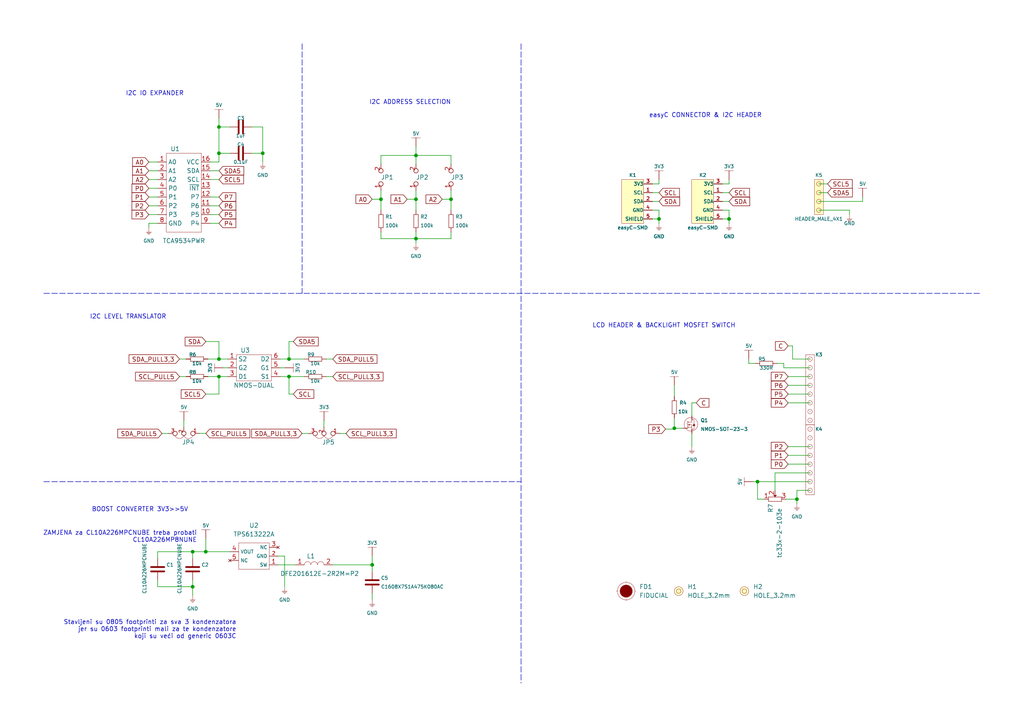
<source format=kicad_sch>
(kicad_sch (version 20210621) (generator eeschema)

  (uuid 31cf63f8-1bb4-44ef-ad91-d6d2e4cfad62)

  (paper "A4")

  (title_block
    (title "easyC LCD driver")
    (date "2021-06-09")
    (rev "V1.1.1.")
    (company "SOLDERED")
    (comment 1 "333003")
  )

  (lib_symbols
    (symbol "e-radionica.com schematics:0603C" (pin_numbers hide) (pin_names (offset 0.002)) (in_bom yes) (on_board yes)
      (property "Reference" "C" (id 0) (at -0.635 3.175 0)
        (effects (font (size 1 1)))
      )
      (property "Value" "0603C" (id 1) (at 0 -3.175 0)
        (effects (font (size 1 1)))
      )
      (property "Footprint" "e-radionica.com footprinti:0603C" (id 2) (at 0 0 0)
        (effects (font (size 1 1)) hide)
      )
      (property "Datasheet" "" (id 3) (at 0 0 0)
        (effects (font (size 1 1)) hide)
      )
      (symbol "0603C_0_1"
        (polyline
          (pts
            (xy -0.635 1.905)
            (xy -0.635 -1.905)
          )
          (stroke (width 0.5)) (fill (type none))
        )
        (polyline
          (pts
            (xy 0.635 1.905)
            (xy 0.635 -1.905)
          )
          (stroke (width 0.5)) (fill (type none))
        )
      )
      (symbol "0603C_1_1"
        (pin passive line (at -3.175 0 0) (length 2.54)
          (name "~" (effects (font (size 1.27 1.27))))
          (number "1" (effects (font (size 1.27 1.27))))
        )
        (pin passive line (at 3.175 0 180) (length 2.54)
          (name "~" (effects (font (size 1.27 1.27))))
          (number "2" (effects (font (size 1.27 1.27))))
        )
      )
    )
    (symbol "e-radionica.com schematics:0603R" (pin_numbers hide) (pin_names (offset 0.254)) (in_bom yes) (on_board yes)
      (property "Reference" "R" (id 0) (at -1.905 1.905 0)
        (effects (font (size 1 1)))
      )
      (property "Value" "0603R" (id 1) (at 0 -1.905 0)
        (effects (font (size 1 1)))
      )
      (property "Footprint" "e-radionica.com footprinti:0603R" (id 2) (at -0.635 1.905 0)
        (effects (font (size 1 1)) hide)
      )
      (property "Datasheet" "" (id 3) (at -0.635 1.905 0)
        (effects (font (size 1 1)) hide)
      )
      (symbol "0603R_0_1"
        (rectangle (start -1.905 -0.635) (end 1.905 -0.6604)
          (stroke (width 0.1)) (fill (type none))
        )
        (rectangle (start -1.905 0.635) (end -1.8796 -0.635)
          (stroke (width 0.1)) (fill (type none))
        )
        (rectangle (start -1.905 0.635) (end 1.905 0.6096)
          (stroke (width 0.1)) (fill (type none))
        )
        (rectangle (start 1.905 0.635) (end 1.9304 -0.635)
          (stroke (width 0.1)) (fill (type none))
        )
      )
      (symbol "0603R_1_1"
        (pin passive line (at -3.175 0 0) (length 1.27)
          (name "~" (effects (font (size 1.27 1.27))))
          (number "1" (effects (font (size 1.27 1.27))))
        )
        (pin passive line (at 3.175 0 180) (length 1.27)
          (name "~" (effects (font (size 1.27 1.27))))
          (number "2" (effects (font (size 1.27 1.27))))
        )
      )
    )
    (symbol "e-radionica.com schematics:0805C" (pin_numbers hide) (in_bom yes) (on_board yes)
      (property "Reference" "C" (id 0) (at -0.635 3.175 0)
        (effects (font (size 1 1)))
      )
      (property "Value" "0805C" (id 1) (at 0 -3.175 0)
        (effects (font (size 1 1)))
      )
      (property "Footprint" "e-radionica.com footprinti:0805C" (id 2) (at 0 0 0)
        (effects (font (size 1 1)) hide)
      )
      (property "Datasheet" "" (id 3) (at 0 0 0)
        (effects (font (size 1 1)) hide)
      )
      (symbol "0805C_0_1"
        (polyline
          (pts
            (xy -0.635 1.905)
            (xy -0.635 -1.905)
          )
          (stroke (width 0.5)) (fill (type none))
        )
        (polyline
          (pts
            (xy 0.635 1.905)
            (xy 0.635 -1.905)
          )
          (stroke (width 0.5)) (fill (type none))
        )
      )
      (symbol "0805C_1_1"
        (pin passive line (at -3.175 0 0) (length 2.54)
          (name "~" (effects (font (size 1.27 1.27))))
          (number "1" (effects (font (size 1.27 1.27))))
        )
        (pin passive line (at 3.175 0 180) (length 2.54)
          (name "~" (effects (font (size 1.27 1.27))))
          (number "2" (effects (font (size 1.27 1.27))))
        )
      )
    )
    (symbol "e-radionica.com schematics:0806L" (in_bom yes) (on_board yes)
      (property "Reference" "L" (id 0) (at 0 1.905 0)
        (effects (font (size 1.27 1.27)))
      )
      (property "Value" "0806L" (id 1) (at 0 -1.27 0)
        (effects (font (size 1.27 1.27)))
      )
      (property "Footprint" "e-radionica.com footprinti:0806L" (id 2) (at 0 -2.54 0)
        (effects (font (size 1.27 1.27)) hide)
      )
      (property "Datasheet" "" (id 3) (at 0 -1.27 0)
        (effects (font (size 1.27 1.27)) hide)
      )
      (symbol "0806L_0_1"
        (arc (start -3.175 0) (end -1.27 0) (radius (at -2.2225 -0.0138) (length 0.9526) (angles 179.2 0.8))
          (stroke (width 0.0006)) (fill (type none))
        )
        (arc (start -1.27 0) (end 0.635 0) (radius (at -0.3175 -0.0138) (length 0.9526) (angles 179.2 0.8))
          (stroke (width 0.0006)) (fill (type none))
        )
        (arc (start 0.635 0) (end 2.54 0) (radius (at 1.5875 -0.0138) (length 0.9526) (angles 179.2 0.8))
          (stroke (width 0.0006)) (fill (type none))
        )
      )
      (symbol "0806L_1_1"
        (pin passive line (at -5.715 0 0) (length 2.54)
          (name "" (effects (font (size 1.27 1.27))))
          (number "1" (effects (font (size 1.27 1.27))))
        )
        (pin passive line (at 5.08 0 180) (length 2.54)
          (name "" (effects (font (size 1.27 1.27))))
          (number "2" (effects (font (size 1.27 1.27))))
        )
      )
    )
    (symbol "e-radionica.com schematics:3V3" (power) (pin_names (offset 0)) (in_bom yes) (on_board yes)
      (property "Reference" "#PWR" (id 0) (at 4.445 0 0)
        (effects (font (size 1 1)) hide)
      )
      (property "Value" "3V3" (id 1) (at 0 3.556 0)
        (effects (font (size 1 1)))
      )
      (property "Footprint" "" (id 2) (at 4.445 3.81 0)
        (effects (font (size 1 1)) hide)
      )
      (property "Datasheet" "" (id 3) (at 4.445 3.81 0)
        (effects (font (size 1 1)) hide)
      )
      (property "ki_keywords" "power-flag" (id 4) (at 0 0 0)
        (effects (font (size 1.27 1.27)) hide)
      )
      (property "ki_description" "Power symbol creates a global label with name \"+3V3\"" (id 5) (at 0 0 0)
        (effects (font (size 1.27 1.27)) hide)
      )
      (symbol "3V3_0_1"
        (polyline
          (pts
            (xy -1.27 2.54)
            (xy 1.27 2.54)
          )
          (stroke (width 0.0006)) (fill (type none))
        )
        (polyline
          (pts
            (xy 0 0)
            (xy 0 2.54)
          )
          (stroke (width 0)) (fill (type none))
        )
      )
      (symbol "3V3_1_1"
        (pin power_in line (at 0 0 90) (length 0) hide
          (name "3V3" (effects (font (size 1.27 1.27))))
          (number "1" (effects (font (size 1.27 1.27))))
        )
      )
    )
    (symbol "e-radionica.com schematics:5V" (power) (pin_names (offset 0)) (in_bom yes) (on_board yes)
      (property "Reference" "#PWR" (id 0) (at 4.445 0 0)
        (effects (font (size 1 1)) hide)
      )
      (property "Value" "5V" (id 1) (at 0 3.556 0)
        (effects (font (size 1 1)))
      )
      (property "Footprint" "" (id 2) (at 4.445 3.81 0)
        (effects (font (size 1 1)) hide)
      )
      (property "Datasheet" "" (id 3) (at 4.445 3.81 0)
        (effects (font (size 1 1)) hide)
      )
      (property "ki_keywords" "power-flag" (id 4) (at 0 0 0)
        (effects (font (size 1.27 1.27)) hide)
      )
      (property "ki_description" "Power symbol creates a global label with name \"+3V3\"" (id 5) (at 0 0 0)
        (effects (font (size 1.27 1.27)) hide)
      )
      (symbol "5V_0_1"
        (polyline
          (pts
            (xy -1.27 2.54)
            (xy 1.27 2.54)
          )
          (stroke (width 0.0006)) (fill (type none))
        )
        (polyline
          (pts
            (xy 0 0)
            (xy 0 2.54)
          )
          (stroke (width 0)) (fill (type none))
        )
      )
      (symbol "5V_1_1"
        (pin power_in line (at 0 0 90) (length 0) hide
          (name "5V" (effects (font (size 1.27 1.27))))
          (number "1" (effects (font (size 1.27 1.27))))
        )
      )
    )
    (symbol "e-radionica.com schematics:FIDUCIAL" (in_bom no) (on_board yes)
      (property "Reference" "FD" (id 0) (at 0 3.81 0)
        (effects (font (size 1.27 1.27)))
      )
      (property "Value" "FIDUCIAL" (id 1) (at 0 -3.81 0)
        (effects (font (size 1.27 1.27)))
      )
      (property "Footprint" "e-radionica.com footprinti:FIDUCIAL_23" (id 2) (at 0.254 -5.334 0)
        (effects (font (size 1.27 1.27)) hide)
      )
      (property "Datasheet" "" (id 3) (at 0 0 0)
        (effects (font (size 1.27 1.27)) hide)
      )
      (symbol "FIDUCIAL_0_1"
        (circle (center 0 0) (radius 2.54) (stroke (width 0.0006)) (fill (type none)))
        (circle (center 0 0) (radius 1.7961) (stroke (width 0.001)) (fill (type outline)))
        (polyline
          (pts
            (xy -2.54 0)
            (xy -2.794 0)
          )
          (stroke (width 0.0006)) (fill (type none))
        )
        (polyline
          (pts
            (xy 0 -2.54)
            (xy 0 -2.794)
          )
          (stroke (width 0.0006)) (fill (type none))
        )
        (polyline
          (pts
            (xy 0 2.54)
            (xy 0 2.794)
          )
          (stroke (width 0.0006)) (fill (type none))
        )
        (polyline
          (pts
            (xy 2.54 0)
            (xy 2.794 0)
          )
          (stroke (width 0.0006)) (fill (type none))
        )
      )
    )
    (symbol "e-radionica.com schematics:GND" (power) (pin_names (offset 0)) (in_bom yes) (on_board yes)
      (property "Reference" "#PWR" (id 0) (at 4.445 0 0)
        (effects (font (size 1 1)) hide)
      )
      (property "Value" "GND" (id 1) (at 0 -2.921 0)
        (effects (font (size 1 1)))
      )
      (property "Footprint" "" (id 2) (at 4.445 3.81 0)
        (effects (font (size 1 1)) hide)
      )
      (property "Datasheet" "" (id 3) (at 4.445 3.81 0)
        (effects (font (size 1 1)) hide)
      )
      (property "ki_keywords" "power-flag" (id 4) (at 0 0 0)
        (effects (font (size 1.27 1.27)) hide)
      )
      (property "ki_description" "Power symbol creates a global label with name \"+3V3\"" (id 5) (at 0 0 0)
        (effects (font (size 1.27 1.27)) hide)
      )
      (symbol "GND_0_1"
        (polyline
          (pts
            (xy -0.762 -1.27)
            (xy 0.762 -1.27)
          )
          (stroke (width 0.0006)) (fill (type none))
        )
        (polyline
          (pts
            (xy -0.635 -1.524)
            (xy 0.635 -1.524)
          )
          (stroke (width 0.0006)) (fill (type none))
        )
        (polyline
          (pts
            (xy -0.381 -1.778)
            (xy 0.381 -1.778)
          )
          (stroke (width 0.0006)) (fill (type none))
        )
        (polyline
          (pts
            (xy -0.127 -2.032)
            (xy 0.127 -2.032)
          )
          (stroke (width 0.0006)) (fill (type none))
        )
        (polyline
          (pts
            (xy 0 0)
            (xy 0 -1.27)
          )
          (stroke (width 0.0006)) (fill (type none))
        )
      )
      (symbol "GND_1_1"
        (pin power_in line (at 0 0 270) (length 0) hide
          (name "GND" (effects (font (size 1.27 1.27))))
          (number "1" (effects (font (size 1.27 1.27))))
        )
      )
    )
    (symbol "e-radionica.com schematics:HEADER_MALE_4X1" (pin_numbers hide) (pin_names hide) (in_bom yes) (on_board yes)
      (property "Reference" "K" (id 0) (at -0.635 7.62 0)
        (effects (font (size 1 1)))
      )
      (property "Value" "HEADER_MALE_4X1" (id 1) (at 0 -5.08 0)
        (effects (font (size 1 1)))
      )
      (property "Footprint" "e-radionica.com footprinti:HEADER_MALE_4X1" (id 2) (at 0 -2.54 0)
        (effects (font (size 1 1)) hide)
      )
      (property "Datasheet" "" (id 3) (at 0 -2.54 0)
        (effects (font (size 1 1)) hide)
      )
      (symbol "HEADER_MALE_4X1_0_1"
        (circle (center 0 -2.54) (radius 0.635) (stroke (width 0.0006)) (fill (type none)))
        (circle (center 0 0) (radius 0.635) (stroke (width 0.0006)) (fill (type none)))
        (circle (center 0 2.54) (radius 0.635) (stroke (width 0.0006)) (fill (type none)))
        (circle (center 0 5.08) (radius 0.635) (stroke (width 0.0006)) (fill (type none)))
        (rectangle (start 1.27 -3.81) (end -1.27 6.35)
          (stroke (width 0.001)) (fill (type background))
        )
      )
      (symbol "HEADER_MALE_4X1_1_1"
        (pin passive line (at 0 -2.54 180) (length 0)
          (name "~" (effects (font (size 1 1))))
          (number "1" (effects (font (size 1 1))))
        )
        (pin passive line (at 0 0 180) (length 0)
          (name "~" (effects (font (size 1 1))))
          (number "2" (effects (font (size 1 1))))
        )
        (pin passive line (at 0 2.54 180) (length 0)
          (name "~" (effects (font (size 1 1))))
          (number "3" (effects (font (size 1 1))))
        )
        (pin passive line (at 0 5.08 180) (length 0)
          (name "~" (effects (font (size 1 1))))
          (number "4" (effects (font (size 1 1))))
        )
      )
    )
    (symbol "e-radionica.com schematics:HEADER_MALE_8X1" (pin_numbers hide) (pin_names hide) (in_bom yes) (on_board yes)
      (property "Reference" "K" (id 0) (at -0.635 12.7 0)
        (effects (font (size 1 1)))
      )
      (property "Value" "HEADER_MALE_8X1" (id 1) (at 0.635 -10.16 0)
        (effects (font (size 1 1)))
      )
      (property "Footprint" "e-radionica.com footprinti:HEADER_MALE_8X1" (id 2) (at 0 0 0)
        (effects (font (size 1 1)) hide)
      )
      (property "Datasheet" "" (id 3) (at 0 0 0)
        (effects (font (size 1 1)) hide)
      )
      (symbol "HEADER_MALE_8X1_0_1"
        (circle (center 0 -7.62) (radius 0.635) (stroke (width 0.0006)) (fill (type none)))
        (circle (center 0 -5.08) (radius 0.635) (stroke (width 0.0006)) (fill (type none)))
        (circle (center 0 -2.54) (radius 0.635) (stroke (width 0.0006)) (fill (type none)))
        (circle (center 0 0) (radius 0.635) (stroke (width 0.0006)) (fill (type none)))
        (circle (center 0 2.54) (radius 0.635) (stroke (width 0.0006)) (fill (type none)))
        (circle (center 0 5.08) (radius 0.635) (stroke (width 0.0006)) (fill (type none)))
        (circle (center 0 7.62) (radius 0.635) (stroke (width 0.0006)) (fill (type none)))
        (circle (center 0 10.16) (radius 0.635) (stroke (width 0.0006)) (fill (type none)))
        (rectangle (start 1.27 -8.89) (end -1.27 11.43)
          (stroke (width 0.0006)) (fill (type none))
        )
      )
      (symbol "HEADER_MALE_8X1_1_1"
        (pin passive line (at 0 -7.62 180) (length 0)
          (name "~" (effects (font (size 0.991 0.991))))
          (number "1" (effects (font (size 0.991 0.991))))
        )
        (pin passive line (at 0 -5.08 180) (length 0)
          (name "~" (effects (font (size 0.991 0.991))))
          (number "2" (effects (font (size 0.991 0.991))))
        )
        (pin passive line (at 0 -2.54 180) (length 0)
          (name "~" (effects (font (size 0.991 0.991))))
          (number "3" (effects (font (size 0.991 0.991))))
        )
        (pin passive line (at 0 0 180) (length 0)
          (name "~" (effects (font (size 0.991 0.991))))
          (number "4" (effects (font (size 0.991 0.991))))
        )
        (pin passive line (at 0 2.54 180) (length 0)
          (name "~" (effects (font (size 0.991 0.991))))
          (number "5" (effects (font (size 0.991 0.991))))
        )
        (pin passive line (at 0 5.08 180) (length 0)
          (name "~" (effects (font (size 0.991 0.991))))
          (number "6" (effects (font (size 0.991 0.991))))
        )
        (pin passive line (at 0 7.62 180) (length 0)
          (name "~" (effects (font (size 0.991 0.991))))
          (number "7" (effects (font (size 0.991 0.991))))
        )
        (pin passive line (at 0 10.16 180) (length 0)
          (name "~" (effects (font (size 0.991 0.991))))
          (number "8" (effects (font (size 0.991 0.991))))
        )
      )
    )
    (symbol "e-radionica.com schematics:HOLE_3.2mm" (pin_numbers hide) (pin_names hide) (in_bom yes) (on_board yes)
      (property "Reference" "H" (id 0) (at 0 2.54 0)
        (effects (font (size 1.27 1.27)))
      )
      (property "Value" "HOLE_3.2mm" (id 1) (at 0 -2.54 0)
        (effects (font (size 1.27 1.27)))
      )
      (property "Footprint" "e-radionica.com footprinti:HOLE_3.2mm" (id 2) (at 0 0 0)
        (effects (font (size 1.27 1.27)) hide)
      )
      (property "Datasheet" "" (id 3) (at 0 0 0)
        (effects (font (size 1.27 1.27)) hide)
      )
      (symbol "HOLE_3.2mm_0_1"
        (circle (center 0 0) (radius 0.635) (stroke (width 0.0006)) (fill (type none)))
        (circle (center 0 0) (radius 1.27) (stroke (width 0.001)) (fill (type background)))
      )
    )
    (symbol "e-radionica.com schematics:NMOS-DUAL" (in_bom yes) (on_board yes)
      (property "Reference" "U" (id 0) (at -3.81 5.08 0)
        (effects (font (size 1.27 1.27)))
      )
      (property "Value" "NMOS-DUAL" (id 1) (at 0 -5.08 0)
        (effects (font (size 1.27 1.27)))
      )
      (property "Footprint" "e-radionica.com footprinti:SOT-363" (id 2) (at 0 -7.62 0)
        (effects (font (size 1.27 1.27)) hide)
      )
      (property "Datasheet" "" (id 3) (at 0 -2.54 0)
        (effects (font (size 1.27 1.27)) hide)
      )
      (symbol "NMOS-DUAL_0_1"
        (rectangle (start -5.08 3.81) (end 5.08 -3.81)
          (stroke (width 0.0006)) (fill (type none))
        )
      )
      (symbol "NMOS-DUAL_1_1"
        (pin input line (at -7.62 2.54 0) (length 2.54)
          (name "S2" (effects (font (size 1.27 1.27))))
          (number "1" (effects (font (size 1.27 1.27))))
        )
        (pin input line (at -7.62 0 0) (length 2.54)
          (name "G2" (effects (font (size 1.27 1.27))))
          (number "2" (effects (font (size 1.27 1.27))))
        )
        (pin input line (at -7.62 -2.54 0) (length 2.54)
          (name "D1" (effects (font (size 1.27 1.27))))
          (number "3" (effects (font (size 1.27 1.27))))
        )
        (pin input line (at 7.62 -2.54 180) (length 2.54)
          (name "S1" (effects (font (size 1.27 1.27))))
          (number "4" (effects (font (size 1.27 1.27))))
        )
        (pin input line (at 7.62 0 180) (length 2.54)
          (name "G1" (effects (font (size 1.27 1.27))))
          (number "5" (effects (font (size 1.27 1.27))))
        )
        (pin input line (at 7.62 2.54 180) (length 2.54)
          (name "D2" (effects (font (size 1.27 1.27))))
          (number "6" (effects (font (size 1.27 1.27))))
        )
      )
    )
    (symbol "e-radionica.com schematics:NMOS-SOT-23-3" (pin_numbers hide) (pin_names hide) (in_bom yes) (on_board yes)
      (property "Reference" "Q" (id 0) (at -1.143 2.921 0)
        (effects (font (size 1 1)))
      )
      (property "Value" "NMOS-SOT-23-3" (id 1) (at 1.524 -3.937 0)
        (effects (font (size 1 1)))
      )
      (property "Footprint" "e-radionica.com footprinti:SOT-23-3" (id 2) (at 0 0 0)
        (effects (font (size 1 1)) hide)
      )
      (property "Datasheet" "" (id 3) (at 0 0 0)
        (effects (font (size 1 1)) hide)
      )
      (symbol "NMOS-SOT-23-3_0_1"
        (circle (center 1.016 0.127) (radius 1.9716) (stroke (width 0.0006)) (fill (type none)))
        (polyline
          (pts
            (xy 0 -1.016)
            (xy 0 1.016)
          )
          (stroke (width 0.0006)) (fill (type none))
        )
        (polyline
          (pts
            (xy 0.254 -1.016)
            (xy 0.254 -0.508)
          )
          (stroke (width 0.0006)) (fill (type none))
        )
        (polyline
          (pts
            (xy 0.254 -0.762)
            (xy 1.27 -0.762)
          )
          (stroke (width 0.0006)) (fill (type none))
        )
        (polyline
          (pts
            (xy 0.254 -0.254)
            (xy 0.254 0.254)
          )
          (stroke (width 0.0006)) (fill (type none))
        )
        (polyline
          (pts
            (xy 0.254 0.762)
            (xy 1.27 0.762)
          )
          (stroke (width 0.0006)) (fill (type none))
        )
        (polyline
          (pts
            (xy 0.254 1.016)
            (xy 0.254 0.508)
          )
          (stroke (width 0.0006)) (fill (type none))
        )
        (polyline
          (pts
            (xy 1.27 -1.27)
            (xy 1.27 -0.762)
          )
          (stroke (width 0.0006)) (fill (type none))
        )
        (polyline
          (pts
            (xy 1.27 0.762)
            (xy 1.27 1.27)
          )
          (stroke (width 0.0006)) (fill (type none))
        )
        (polyline
          (pts
            (xy 1.651 -0.254)
            (xy 1.905 0.127)
          )
          (stroke (width 0.2)) (fill (type none))
        )
        (polyline
          (pts
            (xy 1.651 0.127)
            (xy 2.159 0.127)
          )
          (stroke (width 0.0006)) (fill (type none))
        )
        (polyline
          (pts
            (xy 0.254 0)
            (xy 1.27 0)
            (xy 1.27 -0.762)
          )
          (stroke (width 0.0006)) (fill (type none))
        )
        (polyline
          (pts
            (xy 1.651 -0.254)
            (xy 2.159 -0.254)
            (xy 1.905 0.127)
          )
          (stroke (width 0.2)) (fill (type none))
        )
        (polyline
          (pts
            (xy 0.381 0)
            (xy 0.635 0.254)
            (xy 0.635 -0.254)
            (xy 0.381 0)
          )
          (stroke (width 0.0006)) (fill (type none))
        )
        (polyline
          (pts
            (xy 1.27 -1.27)
            (xy 1.905 -1.27)
            (xy 1.905 1.524)
            (xy 1.27 1.524)
          )
          (stroke (width 0.0006)) (fill (type none))
        )
      )
      (symbol "NMOS-SOT-23-3_1_1"
        (pin passive line (at -1.27 -1.016 0) (length 1.27)
          (name "G" (effects (font (size 1 1))))
          (number "1" (effects (font (size 1 1))))
        )
        (pin passive line (at 1.27 -2.54 90) (length 1.27)
          (name "S" (effects (font (size 1 1))))
          (number "2" (effects (font (size 1 1))))
        )
        (pin passive line (at 1.27 2.54 270) (length 1.27)
          (name "D" (effects (font (size 1 1))))
          (number "3" (effects (font (size 1 1))))
        )
      )
    )
    (symbol "e-radionica.com schematics:SMD_JUMPER" (in_bom yes) (on_board yes)
      (property "Reference" "JP" (id 0) (at 0 1.397 0)
        (effects (font (size 1.27 1.27)))
      )
      (property "Value" "SMD_JUMPER" (id 1) (at 0.508 -3.048 0)
        (effects (font (size 1.27 1.27)))
      )
      (property "Footprint" "e-radionica.com footprinti:SMD_JUMPER" (id 2) (at 0 0 0)
        (effects (font (size 1.27 1.27)) hide)
      )
      (property "Datasheet" "" (id 3) (at 0 0 0)
        (effects (font (size 1.27 1.27)) hide)
      )
      (symbol "SMD_JUMPER_1_1"
        (pin passive inverted (at -3.81 0 0) (length 2.54)
          (name "" (effects (font (size 1.27 1.27))))
          (number "1" (effects (font (size 1.27 1.27))))
        )
        (pin passive inverted (at 3.81 0 180) (length 2.54)
          (name "" (effects (font (size 1.27 1.27))))
          (number "2" (effects (font (size 1.27 1.27))))
        )
      )
    )
    (symbol "e-radionica.com schematics:SMD_JUMPER_3_PAD_TRACE" (in_bom yes) (on_board yes)
      (property "Reference" "JP" (id 0) (at 0.0254 5.461 0)
        (effects (font (size 1.27 1.27)))
      )
      (property "Value" "SMD_JUMPER_3_PAD_TRACE" (id 1) (at 0.3048 -4.572 0)
        (effects (font (size 1.27 1.27)))
      )
      (property "Footprint" "e-radionica.com footprinti:SMD_JUMPER_3_PAD_TRACE" (id 2) (at 0 -1.27 0)
        (effects (font (size 1.27 1.27)) hide)
      )
      (property "Datasheet" "" (id 3) (at 0 0 0)
        (effects (font (size 1.27 1.27)) hide)
      )
      (symbol "SMD_JUMPER_3_PAD_TRACE_0_1"
        (arc (start -2.6162 0.6096) (end 0 0.5842) (radius (at -1.3133 0.057) (length 1.4152) (angles 157 21.9))
          (stroke (width 0.0006)) (fill (type none))
        )
        (arc (start 0 0.6096) (end 2.5908 0.6604) (radius (at 1.308 -0.0085) (length 1.4467) (angles 154.7 27.5))
          (stroke (width 0.0006)) (fill (type none))
        )
      )
      (symbol "SMD_JUMPER_3_PAD_TRACE_1_1"
        (pin passive inverted (at -4.5212 -0.0254 0) (length 2.54)
          (name "" (effects (font (size 1 1))))
          (number "1" (effects (font (size 1 1))))
        )
        (pin passive inverted (at 0.0254 -1.9304 90) (length 2.54)
          (name "" (effects (font (size 1 1))))
          (number "2" (effects (font (size 1 1))))
        )
        (pin passive inverted (at 4.4704 0 180) (length 2.54)
          (name "" (effects (font (size 1 1))))
          (number "3" (effects (font (size 1 1))))
        )
      )
    )
    (symbol "e-radionica.com schematics:TCA9534PWR" (in_bom yes) (on_board yes)
      (property "Reference" "U" (id 0) (at -3.81 11.43 0)
        (effects (font (size 1.27 1.27)))
      )
      (property "Value" "TCA9534PWR" (id 1) (at 0 -13.97 0)
        (effects (font (size 1.27 1.27)))
      )
      (property "Footprint" "e-radionica.com footprinti:TSSOP-16" (id 2) (at 0 -16.51 0)
        (effects (font (size 1.27 1.27)) hide)
      )
      (property "Datasheet" "" (id 3) (at 0 0 0)
        (effects (font (size 1.27 1.27)) hide)
      )
      (symbol "TCA9534PWR_0_1"
        (rectangle (start -5.08 10.16) (end 5.08 -12.7)
          (stroke (width 0.0006)) (fill (type none))
        )
      )
      (symbol "TCA9534PWR_1_1"
        (pin bidirectional line (at -7.62 7.62 0) (length 2.54)
          (name "A0" (effects (font (size 1.27 1.27))))
          (number "1" (effects (font (size 1.27 1.27))))
        )
        (pin bidirectional line (at 7.62 -7.62 180) (length 2.54)
          (name "P5" (effects (font (size 1.27 1.27))))
          (number "10" (effects (font (size 1.27 1.27))))
        )
        (pin bidirectional line (at 7.62 -5.08 180) (length 2.54)
          (name "P6" (effects (font (size 1.27 1.27))))
          (number "11" (effects (font (size 1.27 1.27))))
        )
        (pin bidirectional line (at 7.62 -2.54 180) (length 2.54)
          (name "P7" (effects (font (size 1.27 1.27))))
          (number "12" (effects (font (size 1.27 1.27))))
        )
        (pin bidirectional line (at 7.62 0 180) (length 2.54)
          (name "~{INT}" (effects (font (size 1.27 1.27))))
          (number "13" (effects (font (size 1.27 1.27))))
        )
        (pin bidirectional line (at 7.62 2.54 180) (length 2.54)
          (name "SCL" (effects (font (size 1.27 1.27))))
          (number "14" (effects (font (size 1.27 1.27))))
        )
        (pin bidirectional line (at 7.62 5.08 180) (length 2.54)
          (name "SDA" (effects (font (size 1.27 1.27))))
          (number "15" (effects (font (size 1.27 1.27))))
        )
        (pin power_in line (at 7.62 7.62 180) (length 2.54)
          (name "VCC" (effects (font (size 1.27 1.27))))
          (number "16" (effects (font (size 1.27 1.27))))
        )
        (pin bidirectional line (at -7.62 5.08 0) (length 2.54)
          (name "A1" (effects (font (size 1.27 1.27))))
          (number "2" (effects (font (size 1.27 1.27))))
        )
        (pin bidirectional line (at -7.62 2.54 0) (length 2.54)
          (name "A2" (effects (font (size 1.27 1.27))))
          (number "3" (effects (font (size 1.27 1.27))))
        )
        (pin bidirectional line (at -7.62 0 0) (length 2.54)
          (name "P0" (effects (font (size 1.27 1.27))))
          (number "4" (effects (font (size 1.27 1.27))))
        )
        (pin bidirectional line (at -7.62 -2.54 0) (length 2.54)
          (name "P1" (effects (font (size 1.27 1.27))))
          (number "5" (effects (font (size 1.27 1.27))))
        )
        (pin bidirectional line (at -7.62 -5.08 0) (length 2.54)
          (name "P2" (effects (font (size 1.27 1.27))))
          (number "6" (effects (font (size 1.27 1.27))))
        )
        (pin bidirectional line (at -7.62 -7.62 0) (length 2.54)
          (name "P3" (effects (font (size 1.27 1.27))))
          (number "7" (effects (font (size 1.27 1.27))))
        )
        (pin power_in line (at -7.62 -10.16 0) (length 2.54)
          (name "GND" (effects (font (size 1.27 1.27))))
          (number "8" (effects (font (size 1.27 1.27))))
        )
        (pin bidirectional line (at 7.62 -10.16 180) (length 2.54)
          (name "P4" (effects (font (size 1.27 1.27))))
          (number "9" (effects (font (size 1.27 1.27))))
        )
      )
    )
    (symbol "e-radionica.com schematics:TPS613222A" (in_bom yes) (on_board yes)
      (property "Reference" "U" (id 0) (at 0 5.08 0)
        (effects (font (size 1.27 1.27)))
      )
      (property "Value" "TPS613222A" (id 1) (at 0 -5.08 0)
        (effects (font (size 1.27 1.27)))
      )
      (property "Footprint" "e-radionica.com footprinti:tps613222a" (id 2) (at -0.635 0 0)
        (effects (font (size 1.27 1.27)) hide)
      )
      (property "Datasheet" "" (id 3) (at -0.635 0 0)
        (effects (font (size 1.27 1.27)) hide)
      )
      (symbol "TPS613222A_0_1"
        (rectangle (start -4.445 3.81) (end 4.445 -3.81)
          (stroke (width 0.0006)) (fill (type none))
        )
      )
      (symbol "TPS613222A_1_1"
        (pin passive line (at 6.985 -2.54 180) (length 2.54)
          (name "SW" (effects (font (size 1 1))))
          (number "1" (effects (font (size 1.27 1.27))))
        )
        (pin passive line (at 6.985 0 180) (length 2.54)
          (name "GND" (effects (font (size 1 1))))
          (number "2" (effects (font (size 1 1))))
        )
        (pin no_connect line (at 6.985 2.54 180) (length 2.54)
          (name "NC" (effects (font (size 1 1))))
          (number "3" (effects (font (size 1.27 1.27))))
        )
        (pin passive line (at -6.985 1.27 0) (length 2.54)
          (name "VOUT" (effects (font (size 1 1))))
          (number "4" (effects (font (size 1.27 1.27))))
        )
        (pin no_connect line (at -6.985 -1.27 0) (length 2.54)
          (name "NC" (effects (font (size 1 1))))
          (number "5" (effects (font (size 1.27 1.27))))
        )
      )
    )
    (symbol "e-radionica.com schematics:easyC-SMD" (pin_names (offset 0.002)) (in_bom yes) (on_board yes)
      (property "Reference" "K" (id 0) (at -2.54 10.16 0)
        (effects (font (size 1 1)))
      )
      (property "Value" "easyC-SMD" (id 1) (at 0 -5.08 0)
        (effects (font (size 1 1)))
      )
      (property "Footprint" "e-radionica.com footprinti:easyC-connector" (id 2) (at 3.175 2.54 0)
        (effects (font (size 1 1)) hide)
      )
      (property "Datasheet" "" (id 3) (at 3.175 2.54 0)
        (effects (font (size 1 1)) hide)
      )
      (symbol "easyC-SMD_0_1"
        (rectangle (start -3.175 8.89) (end 3.175 -3.81)
          (stroke (width 0.001)) (fill (type background))
        )
      )
      (symbol "easyC-SMD_1_1"
        (pin passive line (at 5.715 5.08 180) (length 2.54)
          (name "SCL" (effects (font (size 1 1))))
          (number "1" (effects (font (size 1 1))))
        )
        (pin passive line (at 5.715 2.54 180) (length 2.54)
          (name "SDA" (effects (font (size 1 1))))
          (number "2" (effects (font (size 1 1))))
        )
        (pin passive line (at 5.715 7.62 180) (length 2.54)
          (name "3V3" (effects (font (size 1 1))))
          (number "3" (effects (font (size 1 1))))
        )
        (pin passive line (at 5.715 0 180) (length 2.54)
          (name "GND" (effects (font (size 1 1))))
          (number "4" (effects (font (size 1 1))))
        )
        (pin passive line (at 5.715 -2.54 180) (length 2.54)
          (name "SHIELD" (effects (font (size 1 1))))
          (number "5" (effects (font (size 1 1))))
        )
      )
    )
    (symbol "e-radionica.com schematics:tc33x-2-103e" (in_bom yes) (on_board yes)
      (property "Reference" "R" (id 0) (at -1.778 3.302 0)
        (effects (font (size 1.27 1.27)))
      )
      (property "Value" "tc33x-2-103e" (id 1) (at 0 -2.54 0)
        (effects (font (size 1.27 1.27)))
      )
      (property "Footprint" "e-radionica.com footprinti:tc33x-2-103e" (id 2) (at 0 -5.08 0)
        (effects (font (size 1.27 1.27)) hide)
      )
      (property "Datasheet" "" (id 3) (at -0.0508 -0.0508 0)
        (effects (font (size 1.27 1.27)) hide)
      )
      (symbol "tc33x-2-103e_0_1"
        (rectangle (start -1.905 -0.635) (end 1.905 -0.6604)
          (stroke (width 0.1)) (fill (type none))
        )
        (rectangle (start -1.905 0.635) (end -1.8796 -0.635)
          (stroke (width 0.1)) (fill (type none))
        )
        (rectangle (start -1.905 0.635) (end 1.905 0.6096)
          (stroke (width 0.1)) (fill (type none))
        )
        (rectangle (start 1.905 0.635) (end 1.9304 -0.635)
          (stroke (width 0.1)) (fill (type none))
        )
        (polyline
          (pts
            (xy -0.4318 1.1684)
            (xy 0.4826 1.1684)
            (xy 0 0.635)
            (xy -0.4064 1.0922)
            (xy -0.4826 1.1684)
            (xy 0 0.7874)
            (xy 0.3048 1.1176)
            (xy -0.254 1.0668)
            (xy 0.0254 0.8636)
            (xy 0.0762 1.0414)
            (xy -0.0254 0.9652)
          )
          (stroke (width 0.0006)) (fill (type none))
        )
      )
      (symbol "tc33x-2-103e_1_1"
        (pin passive line (at -3.175 0 0) (length 1.27)
          (name "~" (effects (font (size 1.27 1.27))))
          (number "1" (effects (font (size 1.27 1.27))))
        )
        (pin passive line (at 0 2.4892 270) (length 1.27)
          (name "" (effects (font (size 1.27 1.27))))
          (number "2" (effects (font (size 1.27 1.27))))
        )
        (pin passive line (at 3.175 0.0002 180) (length 1.27)
          (name "~" (effects (font (size 1.27 1.27))))
          (number "3" (effects (font (size 1.27 1.27))))
        )
      )
    )
  )

  (junction (at 55.88 160.02) (diameter 0.9144) (color 0 0 0 0))
  (junction (at 55.88 170.18) (diameter 0.9144) (color 0 0 0 0))
  (junction (at 59.69 160.02) (diameter 0.9144) (color 0 0 0 0))
  (junction (at 63.5 36.83) (diameter 0.9144) (color 0 0 0 0))
  (junction (at 63.5 44.45) (diameter 0.9144) (color 0 0 0 0))
  (junction (at 63.5 104.14) (diameter 0.9144) (color 0 0 0 0))
  (junction (at 63.5 109.22) (diameter 0.9144) (color 0 0 0 0))
  (junction (at 76.2 44.45) (diameter 0.9144) (color 0 0 0 0))
  (junction (at 83.82 104.14) (diameter 0.9144) (color 0 0 0 0))
  (junction (at 83.82 109.22) (diameter 0.9144) (color 0 0 0 0))
  (junction (at 107.95 163.83) (diameter 0.9144) (color 0 0 0 0))
  (junction (at 110.49 57.785) (diameter 0.9144) (color 0 0 0 0))
  (junction (at 120.65 45.085) (diameter 0.9144) (color 0 0 0 0))
  (junction (at 120.65 57.785) (diameter 0.9144) (color 0 0 0 0))
  (junction (at 120.65 69.215) (diameter 0.9144) (color 0 0 0 0))
  (junction (at 130.81 57.785) (diameter 0.9144) (color 0 0 0 0))
  (junction (at 191.135 63.5) (diameter 0.9144) (color 0 0 0 0))
  (junction (at 195.58 124.206) (diameter 0.9144) (color 0 0 0 0))
  (junction (at 211.455 63.5) (diameter 0.9144) (color 0 0 0 0))
  (junction (at 219.71 139.7) (diameter 0.9144) (color 0 0 0 0))
  (junction (at 231.14 144.7798) (diameter 0.9144) (color 0 0 0 0))

  (wire (pts (xy 43.18 46.99) (xy 45.72 46.99))
    (stroke (width 0) (type solid) (color 0 0 0 0))
    (uuid a011f6b4-2e3b-494b-9c2c-7b0e33946249)
  )
  (wire (pts (xy 43.18 49.53) (xy 45.72 49.53))
    (stroke (width 0) (type solid) (color 0 0 0 0))
    (uuid c1f54a26-c487-4738-9a61-bf8cd1d2e28f)
  )
  (wire (pts (xy 43.18 52.07) (xy 45.72 52.07))
    (stroke (width 0) (type solid) (color 0 0 0 0))
    (uuid 8e81bc48-7d69-4dea-9757-79cc398cf2c6)
  )
  (wire (pts (xy 43.18 54.61) (xy 45.72 54.61))
    (stroke (width 0) (type solid) (color 0 0 0 0))
    (uuid b7272f84-b307-4826-9cf5-f01ab01cf80b)
  )
  (wire (pts (xy 43.18 57.15) (xy 45.72 57.15))
    (stroke (width 0) (type solid) (color 0 0 0 0))
    (uuid fddeef87-77e8-4df0-8f9b-2d15973e8d91)
  )
  (wire (pts (xy 43.18 59.69) (xy 45.72 59.69))
    (stroke (width 0) (type solid) (color 0 0 0 0))
    (uuid f1b13a6c-c921-4b03-ba38-855d81ce4e0e)
  )
  (wire (pts (xy 43.18 62.23) (xy 45.72 62.23))
    (stroke (width 0) (type solid) (color 0 0 0 0))
    (uuid bbedf5bd-1de5-493c-b6fc-b1350de6e240)
  )
  (wire (pts (xy 43.18 64.77) (xy 43.18 66.04))
    (stroke (width 0) (type solid) (color 0 0 0 0))
    (uuid fdf6c911-7c39-4f6c-ae7e-814b9f6b9361)
  )
  (wire (pts (xy 45.72 64.77) (xy 43.18 64.77))
    (stroke (width 0) (type solid) (color 0 0 0 0))
    (uuid fdf6c911-7c39-4f6c-ae7e-814b9f6b9361)
  )
  (wire (pts (xy 45.72 160.02) (xy 55.88 160.02))
    (stroke (width 0) (type solid) (color 0 0 0 0))
    (uuid 38a540db-25f9-4169-94fe-1fd37f628b48)
  )
  (wire (pts (xy 45.72 161.925) (xy 45.72 160.02))
    (stroke (width 0) (type solid) (color 0 0 0 0))
    (uuid 38a540db-25f9-4169-94fe-1fd37f628b48)
  )
  (wire (pts (xy 45.72 168.275) (xy 45.72 170.18))
    (stroke (width 0) (type solid) (color 0 0 0 0))
    (uuid c7e02daa-912b-48b8-a10c-a1a267304fbc)
  )
  (wire (pts (xy 45.72 170.18) (xy 55.88 170.18))
    (stroke (width 0) (type solid) (color 0 0 0 0))
    (uuid c7e02daa-912b-48b8-a10c-a1a267304fbc)
  )
  (wire (pts (xy 46.99 125.73) (xy 48.8696 125.73))
    (stroke (width 0) (type solid) (color 0 0 0 0))
    (uuid 744afa63-b284-4249-b159-85cfd7d3a6d4)
  )
  (wire (pts (xy 52.07 104.14) (xy 53.975 104.14))
    (stroke (width 0) (type solid) (color 0 0 0 0))
    (uuid a5cc3934-ad62-4ab6-8e7f-4f2ad1cef305)
  )
  (wire (pts (xy 52.07 109.22) (xy 53.975 109.22))
    (stroke (width 0) (type solid) (color 0 0 0 0))
    (uuid ca1b8d3a-4153-42a7-9ff9-25faeb645b58)
  )
  (wire (pts (xy 53.3146 121.92) (xy 53.34 121.92))
    (stroke (width 0) (type solid) (color 0 0 0 0))
    (uuid 15f16da8-52ae-4ff1-98eb-bfd30ce85158)
  )
  (wire (pts (xy 53.3146 123.7996) (xy 53.3146 121.92))
    (stroke (width 0) (type solid) (color 0 0 0 0))
    (uuid 969730fd-1f6a-46ff-a85d-14d17ce02d0b)
  )
  (wire (pts (xy 55.88 160.02) (xy 59.69 160.02))
    (stroke (width 0) (type solid) (color 0 0 0 0))
    (uuid a4994482-4478-4f02-9cfa-686c711e94b6)
  )
  (wire (pts (xy 55.88 161.925) (xy 55.88 160.02))
    (stroke (width 0) (type solid) (color 0 0 0 0))
    (uuid 99888d3a-6e22-4810-a5b8-34df39f3495e)
  )
  (wire (pts (xy 55.88 168.275) (xy 55.88 170.18))
    (stroke (width 0) (type solid) (color 0 0 0 0))
    (uuid 107bf01a-c0db-4f80-9799-0f3fd700d19c)
  )
  (wire (pts (xy 55.88 170.18) (xy 55.88 172.72))
    (stroke (width 0) (type solid) (color 0 0 0 0))
    (uuid c7e02daa-912b-48b8-a10c-a1a267304fbc)
  )
  (wire (pts (xy 57.8612 125.7046) (xy 59.69 125.7046))
    (stroke (width 0) (type solid) (color 0 0 0 0))
    (uuid fae28985-6d0a-43e6-b4bc-ab9af977afc8)
  )
  (wire (pts (xy 59.69 99.06) (xy 63.5 99.06))
    (stroke (width 0) (type solid) (color 0 0 0 0))
    (uuid f3977df5-f703-4979-a5b5-16551c6390a5)
  )
  (wire (pts (xy 59.69 114.3) (xy 63.5 114.3))
    (stroke (width 0) (type solid) (color 0 0 0 0))
    (uuid 8acb681a-a760-48de-9678-8036666418c6)
  )
  (wire (pts (xy 59.69 125.7046) (xy 59.69 125.73))
    (stroke (width 0) (type solid) (color 0 0 0 0))
    (uuid 4fc4c6ff-2ab7-4455-b9a6-5fbbe25453b3)
  )
  (wire (pts (xy 59.69 160.02) (xy 59.69 156.21))
    (stroke (width 0) (type solid) (color 0 0 0 0))
    (uuid 8cb5ab47-6b28-40cb-ba52-cba1ac3fa94e)
  )
  (wire (pts (xy 59.69 160.02) (xy 66.675 160.02))
    (stroke (width 0) (type solid) (color 0 0 0 0))
    (uuid 8cb5ab47-6b28-40cb-ba52-cba1ac3fa94e)
  )
  (wire (pts (xy 60.325 104.14) (xy 63.5 104.14))
    (stroke (width 0) (type solid) (color 0 0 0 0))
    (uuid 515474a7-51fd-4bff-b466-c4b449b705dd)
  )
  (wire (pts (xy 60.325 109.22) (xy 63.5 109.22))
    (stroke (width 0) (type solid) (color 0 0 0 0))
    (uuid d1fb1dc1-90e1-416d-afe5-eca896b4d75e)
  )
  (wire (pts (xy 60.96 46.99) (xy 63.5 46.99))
    (stroke (width 0) (type solid) (color 0 0 0 0))
    (uuid 7de7371a-5d63-4488-bc7e-2df61c27237c)
  )
  (wire (pts (xy 60.96 49.53) (xy 63.5 49.53))
    (stroke (width 0) (type solid) (color 0 0 0 0))
    (uuid 4c310504-a109-44af-93dc-91ace61b7ed5)
  )
  (wire (pts (xy 60.96 52.07) (xy 63.5 52.07))
    (stroke (width 0) (type solid) (color 0 0 0 0))
    (uuid a750c4f8-fd0a-44f9-a9b6-14dac7d9f4df)
  )
  (wire (pts (xy 60.96 57.15) (xy 63.5 57.15))
    (stroke (width 0) (type solid) (color 0 0 0 0))
    (uuid 87f66a47-59e5-4bfb-b9d4-c3d742c8c921)
  )
  (wire (pts (xy 60.96 59.69) (xy 63.5 59.69))
    (stroke (width 0) (type solid) (color 0 0 0 0))
    (uuid 70f3f2fa-37ed-4306-a05e-aafad58f71ab)
  )
  (wire (pts (xy 60.96 62.23) (xy 63.5 62.23))
    (stroke (width 0) (type solid) (color 0 0 0 0))
    (uuid 624d612a-168b-49be-8b56-64a541ab5bc9)
  )
  (wire (pts (xy 60.96 64.77) (xy 63.5 64.77))
    (stroke (width 0) (type solid) (color 0 0 0 0))
    (uuid 08c5ab2a-3df2-4760-9473-ef2bea139a00)
  )
  (wire (pts (xy 63.5 34.29) (xy 63.5 36.83))
    (stroke (width 0) (type solid) (color 0 0 0 0))
    (uuid e9caebb0-d910-4b0c-9968-8321c4e37c22)
  )
  (wire (pts (xy 63.5 36.83) (xy 63.5 44.45))
    (stroke (width 0) (type solid) (color 0 0 0 0))
    (uuid e9caebb0-d910-4b0c-9968-8321c4e37c22)
  )
  (wire (pts (xy 63.5 36.83) (xy 66.675 36.83))
    (stroke (width 0) (type solid) (color 0 0 0 0))
    (uuid 02b5b37e-2d3d-4004-a30b-b0c2bc7e14fc)
  )
  (wire (pts (xy 63.5 44.45) (xy 63.5 46.99))
    (stroke (width 0) (type solid) (color 0 0 0 0))
    (uuid e9caebb0-d910-4b0c-9968-8321c4e37c22)
  )
  (wire (pts (xy 63.5 44.45) (xy 66.675 44.45))
    (stroke (width 0) (type solid) (color 0 0 0 0))
    (uuid 26477d02-6ead-431d-9b84-5a2f9c494aa4)
  )
  (wire (pts (xy 63.5 99.06) (xy 63.5 104.14))
    (stroke (width 0) (type solid) (color 0 0 0 0))
    (uuid 052efcac-0b4e-4cb8-a691-91b6789fd99a)
  )
  (wire (pts (xy 63.5 104.14) (xy 66.04 104.14))
    (stroke (width 0) (type solid) (color 0 0 0 0))
    (uuid 10ff6d07-3ff2-439c-8bd3-c3c6b1255803)
  )
  (wire (pts (xy 63.5 109.22) (xy 66.04 109.22))
    (stroke (width 0) (type solid) (color 0 0 0 0))
    (uuid b3dfd85c-f773-48e7-a742-1406c46e9818)
  )
  (wire (pts (xy 63.5 114.3) (xy 63.5 109.22))
    (stroke (width 0) (type solid) (color 0 0 0 0))
    (uuid fe08f39f-2e93-4f3d-a16d-2351668f587d)
  )
  (wire (pts (xy 64.77 106.68) (xy 66.04 106.68))
    (stroke (width 0) (type solid) (color 0 0 0 0))
    (uuid 1c18db3a-adf9-429a-9b85-c4143a8b8bb4)
  )
  (wire (pts (xy 73.025 36.83) (xy 76.2 36.83))
    (stroke (width 0) (type solid) (color 0 0 0 0))
    (uuid ef4a751c-07b2-4ccb-9db8-eccc016b3e01)
  )
  (wire (pts (xy 73.025 44.45) (xy 76.2 44.45))
    (stroke (width 0) (type solid) (color 0 0 0 0))
    (uuid 90c37056-54d9-41e4-a72a-00483254177e)
  )
  (wire (pts (xy 76.2 36.83) (xy 76.2 44.45))
    (stroke (width 0) (type solid) (color 0 0 0 0))
    (uuid ef4a751c-07b2-4ccb-9db8-eccc016b3e01)
  )
  (wire (pts (xy 76.2 44.45) (xy 76.2 46.99))
    (stroke (width 0) (type solid) (color 0 0 0 0))
    (uuid ef4a751c-07b2-4ccb-9db8-eccc016b3e01)
  )
  (wire (pts (xy 80.645 161.29) (xy 82.55 161.29))
    (stroke (width 0) (type solid) (color 0 0 0 0))
    (uuid 8b84083b-85b9-4f08-8910-49ea966a0b57)
  )
  (wire (pts (xy 80.645 163.83) (xy 85.725 163.83))
    (stroke (width 0) (type solid) (color 0 0 0 0))
    (uuid 1ab0d0ea-616f-47ef-a2b8-1a5e8b5b58a6)
  )
  (wire (pts (xy 81.28 104.14) (xy 83.82 104.14))
    (stroke (width 0) (type solid) (color 0 0 0 0))
    (uuid d555230e-ee63-421e-8331-b2d450e226df)
  )
  (wire (pts (xy 81.28 106.68) (xy 82.55 106.68))
    (stroke (width 0) (type solid) (color 0 0 0 0))
    (uuid 89f0068f-2f59-40e3-8d80-d5f50712331a)
  )
  (wire (pts (xy 81.28 109.22) (xy 83.82 109.22))
    (stroke (width 0) (type solid) (color 0 0 0 0))
    (uuid abb2b428-f2e9-4ff8-acbc-ed0e01f4650e)
  )
  (wire (pts (xy 82.55 161.29) (xy 82.55 170.18))
    (stroke (width 0) (type solid) (color 0 0 0 0))
    (uuid 8b84083b-85b9-4f08-8910-49ea966a0b57)
  )
  (wire (pts (xy 83.82 99.06) (xy 83.82 104.14))
    (stroke (width 0) (type solid) (color 0 0 0 0))
    (uuid 72ccc666-1a29-4015-8ad1-c5da41dba2a5)
  )
  (wire (pts (xy 83.82 104.14) (xy 88.265 104.14))
    (stroke (width 0) (type solid) (color 0 0 0 0))
    (uuid 58059fad-d3ea-474c-b0bc-9f3c3193bac0)
  )
  (wire (pts (xy 83.82 109.22) (xy 88.265 109.22))
    (stroke (width 0) (type solid) (color 0 0 0 0))
    (uuid 7511ab56-4871-4b40-b1d9-5daeb003121c)
  )
  (wire (pts (xy 83.82 114.3) (xy 83.82 109.22))
    (stroke (width 0) (type solid) (color 0 0 0 0))
    (uuid 2cddefe2-1e72-43c4-a35d-2ac070d6a3d1)
  )
  (wire (pts (xy 85.09 99.06) (xy 83.82 99.06))
    (stroke (width 0) (type solid) (color 0 0 0 0))
    (uuid be5e7b8f-e642-490b-8ae2-cc978e3a2cd2)
  )
  (wire (pts (xy 85.09 114.3) (xy 83.82 114.3))
    (stroke (width 0) (type solid) (color 0 0 0 0))
    (uuid 9e1c26f6-e20e-499c-9f24-430a9d43e897)
  )
  (wire (pts (xy 87.63 125.73) (xy 89.5096 125.73))
    (stroke (width 0) (type solid) (color 0 0 0 0))
    (uuid ff419190-0275-41b9-acf0-432cca0f900c)
  )
  (wire (pts (xy 93.9546 121.92) (xy 93.98 121.92))
    (stroke (width 0) (type solid) (color 0 0 0 0))
    (uuid f54e9410-da64-4c00-b0a3-d558a21d0499)
  )
  (wire (pts (xy 93.9546 123.7996) (xy 93.9546 121.92))
    (stroke (width 0) (type solid) (color 0 0 0 0))
    (uuid 7f1df4cc-a5c7-4bc3-98a2-8f4747c2e300)
  )
  (wire (pts (xy 94.615 104.14) (xy 96.52 104.14))
    (stroke (width 0) (type solid) (color 0 0 0 0))
    (uuid c3ba301d-4d6a-4201-ac5a-0ab7bc02b564)
  )
  (wire (pts (xy 94.615 109.22) (xy 96.52 109.22))
    (stroke (width 0) (type solid) (color 0 0 0 0))
    (uuid 355d6266-9164-412f-87e9-14b0bec0f51c)
  )
  (wire (pts (xy 96.52 163.83) (xy 107.95 163.83))
    (stroke (width 0) (type solid) (color 0 0 0 0))
    (uuid 107339aa-9451-437b-8f4b-d5d61c8cb751)
  )
  (wire (pts (xy 98.5012 125.7046) (xy 98.5012 125.73))
    (stroke (width 0) (type solid) (color 0 0 0 0))
    (uuid 17bf367f-609f-4d36-ba1e-e57fb4f8f7e8)
  )
  (wire (pts (xy 98.5012 125.73) (xy 100.33 125.73))
    (stroke (width 0) (type solid) (color 0 0 0 0))
    (uuid a1b5c128-9717-4839-bcd3-27df1e61bcd4)
  )
  (wire (pts (xy 107.95 57.785) (xy 110.49 57.785))
    (stroke (width 0) (type solid) (color 0 0 0 0))
    (uuid 1c977f8b-6eb7-480a-b7cc-1e2ffd77ebaf)
  )
  (wire (pts (xy 107.95 161.29) (xy 107.95 163.83))
    (stroke (width 0) (type solid) (color 0 0 0 0))
    (uuid 60c73be2-7b43-47c9-a67c-ba9524ab5b5c)
  )
  (wire (pts (xy 107.95 163.83) (xy 107.95 165.735))
    (stroke (width 0) (type solid) (color 0 0 0 0))
    (uuid 60c73be2-7b43-47c9-a67c-ba9524ab5b5c)
  )
  (wire (pts (xy 107.95 172.085) (xy 107.95 173.99))
    (stroke (width 0) (type solid) (color 0 0 0 0))
    (uuid de93c411-d445-4b78-8b26-13cad6690878)
  )
  (wire (pts (xy 110.49 45.085) (xy 120.65 45.085))
    (stroke (width 0) (type solid) (color 0 0 0 0))
    (uuid c3211e35-4f10-4f44-a695-6ac9281f6497)
  )
  (wire (pts (xy 110.49 47.625) (xy 110.49 45.085))
    (stroke (width 0) (type solid) (color 0 0 0 0))
    (uuid c3211e35-4f10-4f44-a695-6ac9281f6497)
  )
  (wire (pts (xy 110.49 55.245) (xy 110.49 57.785))
    (stroke (width 0) (type solid) (color 0 0 0 0))
    (uuid 94b903bc-a162-4c40-b415-aebed166ac43)
  )
  (wire (pts (xy 110.49 57.785) (xy 110.49 60.96))
    (stroke (width 0) (type solid) (color 0 0 0 0))
    (uuid 94b903bc-a162-4c40-b415-aebed166ac43)
  )
  (wire (pts (xy 110.49 67.31) (xy 110.49 69.215))
    (stroke (width 0) (type solid) (color 0 0 0 0))
    (uuid 2f43fdf9-0134-4376-b8e1-11c3d4fe4cfd)
  )
  (wire (pts (xy 110.49 69.215) (xy 120.65 69.215))
    (stroke (width 0) (type solid) (color 0 0 0 0))
    (uuid 2f43fdf9-0134-4376-b8e1-11c3d4fe4cfd)
  )
  (wire (pts (xy 118.11 57.785) (xy 120.65 57.785))
    (stroke (width 0) (type solid) (color 0 0 0 0))
    (uuid ffe16e23-9c56-454c-bfa1-aa493ec0292d)
  )
  (wire (pts (xy 120.65 42.545) (xy 120.65 45.085))
    (stroke (width 0) (type solid) (color 0 0 0 0))
    (uuid b8bbeaec-dca9-4195-bad3-4bae70b17b3e)
  )
  (wire (pts (xy 120.65 45.085) (xy 120.65 47.625))
    (stroke (width 0) (type solid) (color 0 0 0 0))
    (uuid b8bbeaec-dca9-4195-bad3-4bae70b17b3e)
  )
  (wire (pts (xy 120.65 55.245) (xy 120.65 57.785))
    (stroke (width 0) (type solid) (color 0 0 0 0))
    (uuid eac6cf0f-793f-410e-aec9-8c67cb645381)
  )
  (wire (pts (xy 120.65 57.785) (xy 120.65 60.96))
    (stroke (width 0) (type solid) (color 0 0 0 0))
    (uuid eac6cf0f-793f-410e-aec9-8c67cb645381)
  )
  (wire (pts (xy 120.65 67.31) (xy 120.65 69.215))
    (stroke (width 0) (type solid) (color 0 0 0 0))
    (uuid dc435804-d358-4156-87f0-eab7b4efe513)
  )
  (wire (pts (xy 120.65 69.215) (xy 120.65 70.485))
    (stroke (width 0) (type solid) (color 0 0 0 0))
    (uuid 2f43fdf9-0134-4376-b8e1-11c3d4fe4cfd)
  )
  (wire (pts (xy 128.27 57.785) (xy 130.81 57.785))
    (stroke (width 0) (type solid) (color 0 0 0 0))
    (uuid acedb956-2d60-4fcf-975a-8acf6d202d54)
  )
  (wire (pts (xy 130.81 45.085) (xy 120.65 45.085))
    (stroke (width 0) (type solid) (color 0 0 0 0))
    (uuid c8b76fbd-e1d3-4cd0-a12b-c33e9226eb27)
  )
  (wire (pts (xy 130.81 47.625) (xy 130.81 45.085))
    (stroke (width 0) (type solid) (color 0 0 0 0))
    (uuid c8b76fbd-e1d3-4cd0-a12b-c33e9226eb27)
  )
  (wire (pts (xy 130.81 55.245) (xy 130.81 57.785))
    (stroke (width 0) (type solid) (color 0 0 0 0))
    (uuid b3af47c5-784c-47c5-a419-922797e28534)
  )
  (wire (pts (xy 130.81 57.785) (xy 130.81 60.96))
    (stroke (width 0) (type solid) (color 0 0 0 0))
    (uuid b3af47c5-784c-47c5-a419-922797e28534)
  )
  (wire (pts (xy 130.81 67.31) (xy 130.81 69.215))
    (stroke (width 0) (type solid) (color 0 0 0 0))
    (uuid 2f6dbb24-db1d-4624-bcfa-20b6bf1bfac2)
  )
  (wire (pts (xy 130.81 69.215) (xy 120.65 69.215))
    (stroke (width 0) (type solid) (color 0 0 0 0))
    (uuid 2f6dbb24-db1d-4624-bcfa-20b6bf1bfac2)
  )
  (wire (pts (xy 189.23 53.34) (xy 191.135 53.34))
    (stroke (width 0) (type solid) (color 0 0 0 0))
    (uuid fb3b5755-477a-4b53-bede-53c39b365197)
  )
  (wire (pts (xy 189.23 55.88) (xy 191.135 55.88))
    (stroke (width 0) (type solid) (color 0 0 0 0))
    (uuid 83246328-adc6-4568-9d67-72582e7377eb)
  )
  (wire (pts (xy 189.23 58.42) (xy 191.135 58.42))
    (stroke (width 0) (type solid) (color 0 0 0 0))
    (uuid 23555c7b-cf6f-4236-afee-6a2ee13298ae)
  )
  (wire (pts (xy 189.23 60.96) (xy 191.135 60.96))
    (stroke (width 0) (type solid) (color 0 0 0 0))
    (uuid 50fe391e-351f-48e7-9dac-45454b0874cd)
  )
  (wire (pts (xy 189.23 63.5) (xy 191.135 63.5))
    (stroke (width 0) (type solid) (color 0 0 0 0))
    (uuid 7c7b0600-78b9-4d60-9eae-5422b7b096da)
  )
  (wire (pts (xy 191.135 53.34) (xy 191.135 52.07))
    (stroke (width 0) (type solid) (color 0 0 0 0))
    (uuid fb3b5755-477a-4b53-bede-53c39b365197)
  )
  (wire (pts (xy 191.135 60.96) (xy 191.135 63.5))
    (stroke (width 0) (type solid) (color 0 0 0 0))
    (uuid 50fe391e-351f-48e7-9dac-45454b0874cd)
  )
  (wire (pts (xy 191.135 63.5) (xy 191.135 64.77))
    (stroke (width 0) (type solid) (color 0 0 0 0))
    (uuid 50fe391e-351f-48e7-9dac-45454b0874cd)
  )
  (wire (pts (xy 193.04 124.46) (xy 195.58 124.46))
    (stroke (width 0) (type solid) (color 0 0 0 0))
    (uuid cc46c484-0c7e-4176-8849-ca411c089337)
  )
  (wire (pts (xy 195.58 111.76) (xy 195.58 114.935))
    (stroke (width 0) (type solid) (color 0 0 0 0))
    (uuid c97c6452-45c2-49ca-a2c1-b37b622ecbc3)
  )
  (wire (pts (xy 195.58 121.285) (xy 195.58 124.206))
    (stroke (width 0) (type solid) (color 0 0 0 0))
    (uuid cc46c484-0c7e-4176-8849-ca411c089337)
  )
  (wire (pts (xy 195.58 124.206) (xy 195.58 124.46))
    (stroke (width 0) (type solid) (color 0 0 0 0))
    (uuid cc46c484-0c7e-4176-8849-ca411c089337)
  )
  (wire (pts (xy 198.12 124.206) (xy 195.58 124.206))
    (stroke (width 0) (type solid) (color 0 0 0 0))
    (uuid 08baadd8-cb46-4ceb-8afd-6c3b09a3261c)
  )
  (wire (pts (xy 200.66 116.84) (xy 201.93 116.84))
    (stroke (width 0) (type solid) (color 0 0 0 0))
    (uuid 61235128-286a-4464-a515-dd66fd3a5a38)
  )
  (wire (pts (xy 200.66 120.65) (xy 200.66 116.84))
    (stroke (width 0) (type solid) (color 0 0 0 0))
    (uuid 61235128-286a-4464-a515-dd66fd3a5a38)
  )
  (wire (pts (xy 200.66 125.73) (xy 200.66 129.54))
    (stroke (width 0) (type solid) (color 0 0 0 0))
    (uuid 6d838499-09f3-4771-a9e2-3cf183034d62)
  )
  (wire (pts (xy 209.55 53.34) (xy 211.455 53.34))
    (stroke (width 0) (type solid) (color 0 0 0 0))
    (uuid fa978b97-a8a3-41f2-bc8f-0535800fdbdd)
  )
  (wire (pts (xy 209.55 55.88) (xy 211.455 55.88))
    (stroke (width 0) (type solid) (color 0 0 0 0))
    (uuid 4b68546f-33e1-442e-87a4-dcef707f91cf)
  )
  (wire (pts (xy 209.55 58.42) (xy 211.455 58.42))
    (stroke (width 0) (type solid) (color 0 0 0 0))
    (uuid 9fe165a3-11e8-48c0-9ae9-b275797e1157)
  )
  (wire (pts (xy 209.55 60.96) (xy 211.455 60.96))
    (stroke (width 0) (type solid) (color 0 0 0 0))
    (uuid d52d2c44-4937-431f-89d6-c0a9468778a8)
  )
  (wire (pts (xy 209.55 63.5) (xy 211.455 63.5))
    (stroke (width 0) (type solid) (color 0 0 0 0))
    (uuid c3f71688-0cd2-4832-97a6-6729bc066956)
  )
  (wire (pts (xy 211.455 53.34) (xy 211.455 52.07))
    (stroke (width 0) (type solid) (color 0 0 0 0))
    (uuid 4733aa3a-8e11-4fdd-bec6-325b25edc21b)
  )
  (wire (pts (xy 211.455 60.96) (xy 211.455 63.5))
    (stroke (width 0) (type solid) (color 0 0 0 0))
    (uuid 7db7aa64-9641-4141-bef1-9209d3283939)
  )
  (wire (pts (xy 211.455 63.5) (xy 211.455 64.77))
    (stroke (width 0) (type solid) (color 0 0 0 0))
    (uuid e990ff9a-4ff5-4b37-ad82-96054102d012)
  )
  (wire (pts (xy 217.17 105.41) (xy 217.17 104.14))
    (stroke (width 0) (type solid) (color 0 0 0 0))
    (uuid 796609cf-4891-4843-b756-1055d37dfd5a)
  )
  (wire (pts (xy 218.44 139.7) (xy 219.71 139.7))
    (stroke (width 0) (type solid) (color 0 0 0 0))
    (uuid 5183d413-5fab-4e0d-bba1-9eba2b9f3587)
  )
  (wire (pts (xy 219.075 105.41) (xy 217.17 105.41))
    (stroke (width 0) (type solid) (color 0 0 0 0))
    (uuid 796609cf-4891-4843-b756-1055d37dfd5a)
  )
  (wire (pts (xy 219.71 139.7) (xy 234.95 139.7))
    (stroke (width 0) (type solid) (color 0 0 0 0))
    (uuid 5183d413-5fab-4e0d-bba1-9eba2b9f3587)
  )
  (wire (pts (xy 219.71 144.78) (xy 219.71 139.7))
    (stroke (width 0) (type solid) (color 0 0 0 0))
    (uuid 5030df01-622e-4137-a44b-7a3a2fa69ca8)
  )
  (wire (pts (xy 221.615 144.78) (xy 219.71 144.78))
    (stroke (width 0) (type solid) (color 0 0 0 0))
    (uuid 5030df01-622e-4137-a44b-7a3a2fa69ca8)
  )
  (wire (pts (xy 224.79 137.16) (xy 224.79 142.2908))
    (stroke (width 0) (type solid) (color 0 0 0 0))
    (uuid 655d57ce-428b-4e0a-a86c-20f96edfef41)
  )
  (wire (pts (xy 227.33 105.41) (xy 225.425 105.41))
    (stroke (width 0) (type solid) (color 0 0 0 0))
    (uuid 7cb62b08-7863-4c53-a411-59980368fb4c)
  )
  (wire (pts (xy 227.33 106.68) (xy 227.33 105.41))
    (stroke (width 0) (type solid) (color 0 0 0 0))
    (uuid 7cb62b08-7863-4c53-a411-59980368fb4c)
  )
  (wire (pts (xy 227.965 144.7798) (xy 231.14 144.7798))
    (stroke (width 0) (type solid) (color 0 0 0 0))
    (uuid 749b0df4-c283-4642-a4bf-d9278286749a)
  )
  (wire (pts (xy 228.6 100.33) (xy 229.87 100.33))
    (stroke (width 0) (type solid) (color 0 0 0 0))
    (uuid c642b468-8b2a-45e8-9e11-b08603c42e97)
  )
  (wire (pts (xy 228.6 109.22) (xy 234.95 109.22))
    (stroke (width 0) (type solid) (color 0 0 0 0))
    (uuid eed0ae88-3d64-4a0b-af32-10a8476e073c)
  )
  (wire (pts (xy 228.6 111.76) (xy 234.95 111.76))
    (stroke (width 0) (type solid) (color 0 0 0 0))
    (uuid 3aca43fa-66da-42f5-a652-874f1dbbc767)
  )
  (wire (pts (xy 228.6 114.3) (xy 234.95 114.3))
    (stroke (width 0) (type solid) (color 0 0 0 0))
    (uuid 4a3717aa-ce27-42f3-bc86-f654bb956ee6)
  )
  (wire (pts (xy 228.6 116.84) (xy 234.95 116.84))
    (stroke (width 0) (type solid) (color 0 0 0 0))
    (uuid 8763f7f7-ccc7-4920-890b-12ebe0a696fd)
  )
  (wire (pts (xy 228.6 129.54) (xy 234.95 129.54))
    (stroke (width 0) (type solid) (color 0 0 0 0))
    (uuid cd51ca5e-fdc2-4867-bc61-4409526d6abb)
  )
  (wire (pts (xy 228.6 132.08) (xy 234.95 132.08))
    (stroke (width 0) (type solid) (color 0 0 0 0))
    (uuid a5a344be-c594-45fe-b4f2-f3676b0ef2ff)
  )
  (wire (pts (xy 228.6 134.62) (xy 234.95 134.62))
    (stroke (width 0) (type solid) (color 0 0 0 0))
    (uuid a7ba072c-cb46-4df4-a9ba-1a95b1f5ab6f)
  )
  (wire (pts (xy 229.87 104.14) (xy 229.87 100.33))
    (stroke (width 0) (type solid) (color 0 0 0 0))
    (uuid c642b468-8b2a-45e8-9e11-b08603c42e97)
  )
  (wire (pts (xy 229.87 104.14) (xy 234.95 104.14))
    (stroke (width 0) (type solid) (color 0 0 0 0))
    (uuid 0910d66d-6bd1-4faf-8361-19ad926c4784)
  )
  (wire (pts (xy 231.14 142.24) (xy 231.14 144.7798))
    (stroke (width 0) (type solid) (color 0 0 0 0))
    (uuid 43af04a3-aa71-4004-89ff-d9030a1d7b7d)
  )
  (wire (pts (xy 231.14 144.7798) (xy 231.14 146.05))
    (stroke (width 0) (type solid) (color 0 0 0 0))
    (uuid 43af04a3-aa71-4004-89ff-d9030a1d7b7d)
  )
  (wire (pts (xy 234.95 106.68) (xy 227.33 106.68))
    (stroke (width 0) (type solid) (color 0 0 0 0))
    (uuid 7cb62b08-7863-4c53-a411-59980368fb4c)
  )
  (wire (pts (xy 234.95 137.16) (xy 224.79 137.16))
    (stroke (width 0) (type solid) (color 0 0 0 0))
    (uuid 655d57ce-428b-4e0a-a86c-20f96edfef41)
  )
  (wire (pts (xy 234.95 142.24) (xy 231.14 142.24))
    (stroke (width 0) (type solid) (color 0 0 0 0))
    (uuid 43af04a3-aa71-4004-89ff-d9030a1d7b7d)
  )
  (wire (pts (xy 237.49 53.34) (xy 240.03 53.34))
    (stroke (width 0) (type solid) (color 0 0 0 0))
    (uuid 544ac16f-9558-4fdc-b5f4-0618df9cbf14)
  )
  (wire (pts (xy 237.49 55.88) (xy 240.03 55.88))
    (stroke (width 0) (type solid) (color 0 0 0 0))
    (uuid f5a5dde8-9b85-45d5-8fb5-914f7537c822)
  )
  (wire (pts (xy 237.49 58.42) (xy 250.19 58.42))
    (stroke (width 0) (type solid) (color 0 0 0 0))
    (uuid d67814f1-acbf-4ecd-a5e3-83bd0e4d0e33)
  )
  (wire (pts (xy 237.49 60.96) (xy 246.38 60.96))
    (stroke (width 0) (type solid) (color 0 0 0 0))
    (uuid 31ae208c-1adf-4f88-b001-bcf1521e4b3e)
  )
  (wire (pts (xy 246.38 60.96) (xy 246.38 62.23))
    (stroke (width 0) (type solid) (color 0 0 0 0))
    (uuid 274aa775-e3f9-41e1-a0fd-67f1834cab16)
  )
  (wire (pts (xy 250.19 58.42) (xy 250.19 57.15))
    (stroke (width 0) (type solid) (color 0 0 0 0))
    (uuid daae5f29-5e10-4791-b1b2-a6f669248b19)
  )
  (polyline (pts (xy 12.7 85.09) (xy 284.48 85.09))
    (stroke (width 0) (type dash) (color 0 0 0 0))
    (uuid 0a31cc7e-2879-40e3-b6cf-0d8f78e617b0)
  )
  (polyline (pts (xy 12.7 139.7) (xy 151.13 139.7))
    (stroke (width 0) (type dash) (color 0 0 0 0))
    (uuid fb5d1d50-7633-4043-850f-f76495d3f88c)
  )
  (polyline (pts (xy 87.63 12.7) (xy 87.63 85.09))
    (stroke (width 0) (type dash) (color 0 0 0 0))
    (uuid 9a47d3cd-8f8d-40cb-966b-4b3bfdb2f186)
  )
  (polyline (pts (xy 151.13 12.7) (xy 151.13 198.12))
    (stroke (width 0) (type dash) (color 0 0 0 0))
    (uuid ec2a5d18-02cc-4206-80ab-e9eb3e8ae2e4)
  )

  (text "I2C LEVEL TRANSLATOR" (at 48.26 92.71 180)
    (effects (font (size 1.27 1.27)) (justify right bottom))
    (uuid 61415aac-ade2-4ed7-861d-272d709738e3)
  )
  (text "I2C IO EXPANDER" (at 53.34 27.94 180)
    (effects (font (size 1.27 1.27)) (justify right bottom))
    (uuid 43979bcd-064d-449e-8cb1-3af2814e40e2)
  )
  (text "BOOST CONVERTER 3V3>>5V" (at 54.61 148.59 180)
    (effects (font (size 1.27 1.27)) (justify right bottom))
    (uuid e0759a51-0d9c-4602-8646-460d733e33b7)
  )
  (text "ZAMJENA za CL10A226MPCNUBE treba probati\nCL10A226MP8NUNE"
    (at 57.15 157.48 0)
    (effects (font (size 1.27 1.27)) (justify right bottom))
    (uuid d5ff22b4-822f-40cb-b9eb-c3450c008918)
  )
  (text "Stavljeni su 0805 footprinti za sva 3 kondenzatora\njer su 0603 footprinti mali za te kondenzatore\nkoji su veći od generic 0603C\n"
    (at 68.58 185.42 0)
    (effects (font (size 1.27 1.27)) (justify right bottom))
    (uuid 0c9c350a-ae2e-42d0-b4b6-d11d87e5cc68)
  )
  (text "I2C ADDRESS SELECTION" (at 130.81 30.48 180)
    (effects (font (size 1.27 1.27)) (justify right bottom))
    (uuid 280bb8de-8c92-4232-89bb-04c019a61e82)
  )
  (text "LCD HEADER & BACKLIGHT MOSFET SWITCH" (at 213.36 95.25 180)
    (effects (font (size 1.27 1.27)) (justify right bottom))
    (uuid 4e2878ce-2a08-4840-99a6-baed6f733c69)
  )
  (text "easyC CONNECTOR & I2C HEADER\n" (at 220.98 34.29 180)
    (effects (font (size 1.27 1.27)) (justify right bottom))
    (uuid 5922300f-4710-48cf-a6d2-491a197495aa)
  )

  (global_label "A0" (shape input) (at 43.18 46.99 180)
    (effects (font (size 1.27 1.27)) (justify right))
    (uuid 1454e590-61a2-4253-839e-e3232a7b2196)
    (property "Intersheet References" "${INTERSHEET_REFS}" (id 0) (at 36.9448 46.9106 0)
      (effects (font (size 1.27 1.27)) (justify right) hide)
    )
  )
  (global_label "A1" (shape input) (at 43.18 49.53 180)
    (effects (font (size 1.27 1.27)) (justify right))
    (uuid 71ca61d5-94a2-4fe3-9084-c4ec6f6d7922)
    (property "Intersheet References" "${INTERSHEET_REFS}" (id 0) (at 36.9448 49.4506 0)
      (effects (font (size 1.27 1.27)) (justify right) hide)
    )
  )
  (global_label "A2" (shape input) (at 43.18 52.07 180)
    (effects (font (size 1.27 1.27)) (justify right))
    (uuid e6fe08d4-1e45-44d2-a268-f2a10d1ce728)
    (property "Intersheet References" "${INTERSHEET_REFS}" (id 0) (at 36.9448 51.9906 0)
      (effects (font (size 1.27 1.27)) (justify right) hide)
    )
  )
  (global_label "P0" (shape input) (at 43.18 54.61 180)
    (effects (font (size 1.27 1.27)) (justify right))
    (uuid 75593c9a-ace0-4de1-8240-ae86fe370c78)
    (property "Intersheet References" "${INTERSHEET_REFS}" (id 0) (at 36.7634 54.5306 0)
      (effects (font (size 1.27 1.27)) (justify right) hide)
    )
  )
  (global_label "P1" (shape input) (at 43.18 57.15 180)
    (effects (font (size 1.27 1.27)) (justify right))
    (uuid b19d0b7b-d17b-474a-8b41-e0bd18c915ff)
    (property "Intersheet References" "${INTERSHEET_REFS}" (id 0) (at 36.7634 57.0706 0)
      (effects (font (size 1.27 1.27)) (justify right) hide)
    )
  )
  (global_label "P2" (shape input) (at 43.18 59.69 180)
    (effects (font (size 1.27 1.27)) (justify right))
    (uuid 5dab2b03-6359-4eb9-b6bb-45242783eaaa)
    (property "Intersheet References" "${INTERSHEET_REFS}" (id 0) (at 36.7634 59.6106 0)
      (effects (font (size 1.27 1.27)) (justify right) hide)
    )
  )
  (global_label "P3" (shape input) (at 43.18 62.23 180)
    (effects (font (size 1.27 1.27)) (justify right))
    (uuid b87b85d9-c42e-4775-a78c-9796ce97e9d9)
    (property "Intersheet References" "${INTERSHEET_REFS}" (id 0) (at 36.7634 62.1506 0)
      (effects (font (size 1.27 1.27)) (justify right) hide)
    )
  )
  (global_label "SDA_PULL5" (shape input) (at 46.99 125.73 180)
    (effects (font (size 1.27 1.27)) (justify right))
    (uuid da0508de-1d93-4cc6-bae9-ae101f39838b)
    (property "Intersheet References" "${INTERSHEET_REFS}" (id 0) (at 32.651 125.6506 0)
      (effects (font (size 1.27 1.27)) (justify right) hide)
    )
  )
  (global_label "SDA_PULL3,3" (shape input) (at 52.07 104.14 180)
    (effects (font (size 1.27 1.27)) (justify right))
    (uuid 7b7c1df9-cea6-402d-a023-9d97e26499f4)
    (property "Intersheet References" "${INTERSHEET_REFS}" (id 0) (at 35.9167 104.0606 0)
      (effects (font (size 1.27 1.27)) (justify right) hide)
    )
  )
  (global_label "SCL_PULL5" (shape input) (at 52.07 109.22 180)
    (effects (font (size 1.27 1.27)) (justify right))
    (uuid 9a1b2f4b-1ff0-47e1-bcce-a3b58584368b)
    (property "Intersheet References" "${INTERSHEET_REFS}" (id 0) (at 37.7915 109.2994 0)
      (effects (font (size 1.27 1.27)) (justify right) hide)
    )
  )
  (global_label "SDA" (shape input) (at 59.69 99.06 180)
    (effects (font (size 1.27 1.27)) (justify right))
    (uuid 1b3cff4e-bee9-4f98-943e-b55cffb4fae4)
    (property "Intersheet References" "${INTERSHEET_REFS}" (id 0) (at 52.1848 98.9806 0)
      (effects (font (size 1.27 1.27)) (justify right) hide)
    )
  )
  (global_label "SCL5" (shape input) (at 59.69 114.3 180)
    (effects (font (size 1.27 1.27)) (justify right))
    (uuid 0d5041b0-1c51-45a6-997a-3b39f69ba9d6)
    (property "Intersheet References" "${INTERSHEET_REFS}" (id 0) (at 51.0358 114.3794 0)
      (effects (font (size 1.27 1.27)) (justify right) hide)
    )
  )
  (global_label "SCL_PULL5" (shape input) (at 59.69 125.73 0)
    (effects (font (size 1.27 1.27)) (justify left))
    (uuid 7703cad0-d3f4-4bdd-aa87-9abd4ffa2875)
    (property "Intersheet References" "${INTERSHEET_REFS}" (id 0) (at 73.9685 125.6506 0)
      (effects (font (size 1.27 1.27)) (justify left) hide)
    )
  )
  (global_label "SDA5" (shape input) (at 63.5 49.53 0)
    (effects (font (size 1.27 1.27)) (justify left))
    (uuid 8747059e-d7fc-4aa9-a660-14ce13388f25)
    (property "Intersheet References" "${INTERSHEET_REFS}" (id 0) (at 72.2147 49.4506 0)
      (effects (font (size 1.27 1.27)) (justify left) hide)
    )
  )
  (global_label "SCL5" (shape input) (at 63.5 52.07 0)
    (effects (font (size 1.27 1.27)) (justify left))
    (uuid f6a2af8e-012f-4328-823b-cfc5ff3f0f07)
    (property "Intersheet References" "${INTERSHEET_REFS}" (id 0) (at 72.1542 51.9906 0)
      (effects (font (size 1.27 1.27)) (justify left) hide)
    )
  )
  (global_label "P7" (shape input) (at 63.5 57.15 0)
    (effects (font (size 1.27 1.27)) (justify left))
    (uuid ecffd1a7-bdc6-4a60-bc24-4bc30417d2a8)
    (property "Intersheet References" "${INTERSHEET_REFS}" (id 0) (at 69.9166 57.0706 0)
      (effects (font (size 1.27 1.27)) (justify left) hide)
    )
  )
  (global_label "P6" (shape input) (at 63.5 59.69 0)
    (effects (font (size 1.27 1.27)) (justify left))
    (uuid 9f7274f9-5f9c-424e-9b28-a8b207bfac2e)
    (property "Intersheet References" "${INTERSHEET_REFS}" (id 0) (at 69.9166 59.6106 0)
      (effects (font (size 1.27 1.27)) (justify left) hide)
    )
  )
  (global_label "P5" (shape input) (at 63.5 62.23 0)
    (effects (font (size 1.27 1.27)) (justify left))
    (uuid a4304303-120d-4f3a-bdd9-1a0ffb1929c9)
    (property "Intersheet References" "${INTERSHEET_REFS}" (id 0) (at 69.9166 62.1506 0)
      (effects (font (size 1.27 1.27)) (justify left) hide)
    )
  )
  (global_label "P4" (shape input) (at 63.5 64.77 0)
    (effects (font (size 1.27 1.27)) (justify left))
    (uuid 5b64d2b5-4f1c-4368-833c-5989f5ffdf11)
    (property "Intersheet References" "${INTERSHEET_REFS}" (id 0) (at 69.9166 64.6906 0)
      (effects (font (size 1.27 1.27)) (justify left) hide)
    )
  )
  (global_label "SDA5" (shape input) (at 85.09 99.06 0)
    (effects (font (size 1.27 1.27)) (justify left))
    (uuid ac292a0d-7681-466b-a5ae-e1f6023cb0d2)
    (property "Intersheet References" "${INTERSHEET_REFS}" (id 0) (at 93.8047 99.1394 0)
      (effects (font (size 1.27 1.27)) (justify left) hide)
    )
  )
  (global_label "SCL" (shape input) (at 85.09 114.3 0)
    (effects (font (size 1.27 1.27)) (justify left))
    (uuid dc3c0651-8aa2-42bd-81d6-9665a2479b15)
    (property "Intersheet References" "${INTERSHEET_REFS}" (id 0) (at 92.5347 114.2206 0)
      (effects (font (size 1.27 1.27)) (justify left) hide)
    )
  )
  (global_label "SDA_PULL3,3" (shape input) (at 87.63 125.73 180)
    (effects (font (size 1.27 1.27)) (justify right))
    (uuid 1fbb5d2d-755d-4833-b6de-95e97e60c127)
    (property "Intersheet References" "${INTERSHEET_REFS}" (id 0) (at 71.4767 125.6506 0)
      (effects (font (size 1.27 1.27)) (justify right) hide)
    )
  )
  (global_label "SDA_PULL5" (shape input) (at 96.52 104.14 0)
    (effects (font (size 1.27 1.27)) (justify left))
    (uuid 82875c9e-be98-47c0-a781-fa26c5170dd5)
    (property "Intersheet References" "${INTERSHEET_REFS}" (id 0) (at 110.859 104.2194 0)
      (effects (font (size 1.27 1.27)) (justify left) hide)
    )
  )
  (global_label "SCL_PULL3,3" (shape input) (at 96.52 109.22 0)
    (effects (font (size 1.27 1.27)) (justify left))
    (uuid b200cf66-9776-425c-8cbd-d71539fe181c)
    (property "Intersheet References" "${INTERSHEET_REFS}" (id 0) (at 112.6128 109.1406 0)
      (effects (font (size 1.27 1.27)) (justify left) hide)
    )
  )
  (global_label "SCL_PULL3,3" (shape input) (at 100.33 125.73 0)
    (effects (font (size 1.27 1.27)) (justify left))
    (uuid 5533d3fa-da48-4ecd-a0cf-d8d1a1a3ed26)
    (property "Intersheet References" "${INTERSHEET_REFS}" (id 0) (at 116.4228 125.6506 0)
      (effects (font (size 1.27 1.27)) (justify left) hide)
    )
  )
  (global_label "A0" (shape input) (at 107.95 57.785 180)
    (effects (font (size 1.27 1.27)) (justify right))
    (uuid 0d8e42c8-022a-4008-adeb-d842ccfb819a)
    (property "Intersheet References" "${INTERSHEET_REFS}" (id 0) (at 101.7148 57.7056 0)
      (effects (font (size 1.27 1.27)) (justify right) hide)
    )
  )
  (global_label "A1" (shape input) (at 118.11 57.785 180)
    (effects (font (size 1.27 1.27)) (justify right))
    (uuid 28e9bc67-d701-466a-8fdb-abaf4e249bc8)
    (property "Intersheet References" "${INTERSHEET_REFS}" (id 0) (at 111.8748 57.7056 0)
      (effects (font (size 1.27 1.27)) (justify right) hide)
    )
  )
  (global_label "A2" (shape input) (at 128.27 57.785 180)
    (effects (font (size 1.27 1.27)) (justify right))
    (uuid 952fd49a-8162-4f79-a8c4-98c92e46578e)
    (property "Intersheet References" "${INTERSHEET_REFS}" (id 0) (at 122.0348 57.7056 0)
      (effects (font (size 1.27 1.27)) (justify right) hide)
    )
  )
  (global_label "SCL" (shape input) (at 191.135 55.88 0)
    (effects (font (size 1.27 1.27)) (justify left))
    (uuid 7163c762-73b5-4c01-b768-904d0c8ebc23)
    (property "Intersheet References" "${INTERSHEET_REFS}" (id 0) (at 198.5797 55.8006 0)
      (effects (font (size 1.27 1.27)) (justify left) hide)
    )
  )
  (global_label "SDA" (shape input) (at 191.135 58.42 0)
    (effects (font (size 1.27 1.27)) (justify left))
    (uuid d7a0e499-ef87-4bc9-b4a3-5ddb20a51a13)
    (property "Intersheet References" "${INTERSHEET_REFS}" (id 0) (at 198.6402 58.3406 0)
      (effects (font (size 1.27 1.27)) (justify left) hide)
    )
  )
  (global_label "P3" (shape input) (at 193.04 124.46 180)
    (effects (font (size 1.27 1.27)) (justify right))
    (uuid df653c84-b173-4855-b74c-4733de33f029)
    (property "Intersheet References" "${INTERSHEET_REFS}" (id 0) (at 186.6234 124.3806 0)
      (effects (font (size 1.27 1.27)) (justify right) hide)
    )
  )
  (global_label "C" (shape input) (at 201.93 116.84 0)
    (effects (font (size 1.27 1.27)) (justify left))
    (uuid b504658d-3464-43a3-a357-613aae50816a)
    (property "Intersheet References" "${INTERSHEET_REFS}" (id 0) (at 207.1371 116.7606 0)
      (effects (font (size 1.27 1.27)) (justify left) hide)
    )
  )
  (global_label "SCL" (shape input) (at 211.455 55.88 0)
    (effects (font (size 1.27 1.27)) (justify left))
    (uuid b8e43351-dbd8-45f0-b1b6-5b4760dd43f9)
    (property "Intersheet References" "${INTERSHEET_REFS}" (id 0) (at 218.8997 55.8006 0)
      (effects (font (size 1.27 1.27)) (justify left) hide)
    )
  )
  (global_label "SDA" (shape input) (at 211.455 58.42 0)
    (effects (font (size 1.27 1.27)) (justify left))
    (uuid d1486490-916a-49ca-9758-5015dfba39fc)
    (property "Intersheet References" "${INTERSHEET_REFS}" (id 0) (at 218.9602 58.3406 0)
      (effects (font (size 1.27 1.27)) (justify left) hide)
    )
  )
  (global_label "C" (shape input) (at 228.6 100.33 180)
    (effects (font (size 1.27 1.27)) (justify right))
    (uuid a7d2e07a-2f52-41ba-b1b9-864a598eae98)
    (property "Intersheet References" "${INTERSHEET_REFS}" (id 0) (at 223.3929 100.2506 0)
      (effects (font (size 1.27 1.27)) (justify right) hide)
    )
  )
  (global_label "P7" (shape input) (at 228.6 109.22 180)
    (effects (font (size 1.27 1.27)) (justify right))
    (uuid bee801e2-6786-4587-a433-ea705dbfe84f)
    (property "Intersheet References" "${INTERSHEET_REFS}" (id 0) (at 222.1834 109.1406 0)
      (effects (font (size 1.27 1.27)) (justify right) hide)
    )
  )
  (global_label "P6" (shape input) (at 228.6 111.76 180)
    (effects (font (size 1.27 1.27)) (justify right))
    (uuid 5c764bcd-4968-4811-bf66-84f036e3e672)
    (property "Intersheet References" "${INTERSHEET_REFS}" (id 0) (at 222.1834 111.6806 0)
      (effects (font (size 1.27 1.27)) (justify right) hide)
    )
  )
  (global_label "P5" (shape input) (at 228.6 114.3 180)
    (effects (font (size 1.27 1.27)) (justify right))
    (uuid ca8446dd-67be-45e2-9597-706174aafe4c)
    (property "Intersheet References" "${INTERSHEET_REFS}" (id 0) (at 222.1834 114.2206 0)
      (effects (font (size 1.27 1.27)) (justify right) hide)
    )
  )
  (global_label "P4" (shape input) (at 228.6 116.84 180)
    (effects (font (size 1.27 1.27)) (justify right))
    (uuid 6881f97f-8947-4cd8-b2e7-1f4230741a5e)
    (property "Intersheet References" "${INTERSHEET_REFS}" (id 0) (at 222.1834 116.7606 0)
      (effects (font (size 1.27 1.27)) (justify right) hide)
    )
  )
  (global_label "P2" (shape input) (at 228.6 129.54 180)
    (effects (font (size 1.27 1.27)) (justify right))
    (uuid acebd415-3d92-49dc-9920-eb4dcf6ebbad)
    (property "Intersheet References" "${INTERSHEET_REFS}" (id 0) (at 222.1834 129.4606 0)
      (effects (font (size 1.27 1.27)) (justify right) hide)
    )
  )
  (global_label "P1" (shape input) (at 228.6 132.08 180)
    (effects (font (size 1.27 1.27)) (justify right))
    (uuid 7b37c5ef-49b6-44b2-b463-6a2875b1678a)
    (property "Intersheet References" "${INTERSHEET_REFS}" (id 0) (at 222.1834 132.0006 0)
      (effects (font (size 1.27 1.27)) (justify right) hide)
    )
  )
  (global_label "P0" (shape input) (at 228.6 134.62 180)
    (effects (font (size 1.27 1.27)) (justify right))
    (uuid b0a4fd09-61e9-4d17-a018-a6ce7249f75a)
    (property "Intersheet References" "${INTERSHEET_REFS}" (id 0) (at 222.1834 134.5406 0)
      (effects (font (size 1.27 1.27)) (justify right) hide)
    )
  )
  (global_label "SCL5" (shape input) (at 240.03 53.34 0)
    (effects (font (size 1.27 1.27)) (justify left))
    (uuid 0da7e8b5-14ff-4701-abaf-c9f300c775ca)
    (property "Intersheet References" "${INTERSHEET_REFS}" (id 0) (at 248.6842 53.2606 0)
      (effects (font (size 1.27 1.27)) (justify left) hide)
    )
  )
  (global_label "SDA5" (shape input) (at 240.03 55.88 0)
    (effects (font (size 1.27 1.27)) (justify left))
    (uuid be1cedf4-b642-40f6-acc4-e87fbeef4ad8)
    (property "Intersheet References" "${INTERSHEET_REFS}" (id 0) (at 248.7447 55.9594 0)
      (effects (font (size 1.27 1.27)) (justify left) hide)
    )
  )

  (symbol (lib_id "e-radionica.com schematics:GND") (at 43.18 66.04 0) (unit 1)
    (in_bom yes) (on_board yes)
    (uuid b95497f3-481a-44ef-b45e-ba90f1ba8526)
    (property "Reference" "#PWR01" (id 0) (at 47.625 66.04 0)
      (effects (font (size 1 1)) hide)
    )
    (property "Value" "GND" (id 1) (at 43.18 69.85 0)
      (effects (font (size 1 1)))
    )
    (property "Footprint" "" (id 2) (at 47.625 62.23 0)
      (effects (font (size 1 1)) hide)
    )
    (property "Datasheet" "" (id 3) (at 47.625 62.23 0)
      (effects (font (size 1 1)) hide)
    )
    (pin "1" (uuid 2828fbb6-cafe-494d-9c3d-409a009ca316))
  )

  (symbol (lib_id "e-radionica.com schematics:GND") (at 55.88 172.72 0) (unit 1)
    (in_bom yes) (on_board yes)
    (uuid 4c31f443-0209-407d-97d6-726120e19eff)
    (property "Reference" "#PWR02" (id 0) (at 60.325 172.72 0)
      (effects (font (size 1 1)) hide)
    )
    (property "Value" "GND" (id 1) (at 55.88 176.53 0)
      (effects (font (size 1 1)))
    )
    (property "Footprint" "" (id 2) (at 60.325 168.91 0)
      (effects (font (size 1 1)) hide)
    )
    (property "Datasheet" "" (id 3) (at 60.325 168.91 0)
      (effects (font (size 1 1)) hide)
    )
    (pin "1" (uuid 2828fbb6-cafe-494d-9c3d-409a009ca316))
  )

  (symbol (lib_id "e-radionica.com schematics:GND") (at 76.2 46.99 0) (unit 1)
    (in_bom yes) (on_board yes)
    (uuid 9968ec37-ab76-4bcb-b500-9276c3480f2e)
    (property "Reference" "#PWR06" (id 0) (at 80.645 46.99 0)
      (effects (font (size 1 1)) hide)
    )
    (property "Value" "GND" (id 1) (at 76.2 50.8 0)
      (effects (font (size 1 1)))
    )
    (property "Footprint" "" (id 2) (at 80.645 43.18 0)
      (effects (font (size 1 1)) hide)
    )
    (property "Datasheet" "" (id 3) (at 80.645 43.18 0)
      (effects (font (size 1 1)) hide)
    )
    (pin "1" (uuid 2828fbb6-cafe-494d-9c3d-409a009ca316))
  )

  (symbol (lib_id "e-radionica.com schematics:GND") (at 82.55 170.18 0) (unit 1)
    (in_bom yes) (on_board yes)
    (uuid 5b5681a7-7b21-4efd-bed0-87173e892cad)
    (property "Reference" "#PWR07" (id 0) (at 86.995 170.18 0)
      (effects (font (size 1 1)) hide)
    )
    (property "Value" "GND" (id 1) (at 82.55 173.99 0)
      (effects (font (size 1 1)))
    )
    (property "Footprint" "" (id 2) (at 86.995 166.37 0)
      (effects (font (size 1 1)) hide)
    )
    (property "Datasheet" "" (id 3) (at 86.995 166.37 0)
      (effects (font (size 1 1)) hide)
    )
    (pin "1" (uuid 2828fbb6-cafe-494d-9c3d-409a009ca316))
  )

  (symbol (lib_id "e-radionica.com schematics:GND") (at 107.95 173.99 0) (unit 1)
    (in_bom yes) (on_board yes)
    (uuid 776b71e2-1652-4d81-8e4e-b593d2a7fec2)
    (property "Reference" "#PWR09" (id 0) (at 112.395 173.99 0)
      (effects (font (size 1 1)) hide)
    )
    (property "Value" "GND" (id 1) (at 107.95 177.8 0)
      (effects (font (size 1 1)))
    )
    (property "Footprint" "" (id 2) (at 112.395 170.18 0)
      (effects (font (size 1 1)) hide)
    )
    (property "Datasheet" "" (id 3) (at 112.395 170.18 0)
      (effects (font (size 1 1)) hide)
    )
    (pin "1" (uuid 2828fbb6-cafe-494d-9c3d-409a009ca316))
  )

  (symbol (lib_id "e-radionica.com schematics:GND") (at 120.65 70.485 0) (unit 1)
    (in_bom yes) (on_board yes)
    (uuid d776f670-dbfa-49be-8e43-f710358ff109)
    (property "Reference" "#PWR011" (id 0) (at 125.095 70.485 0)
      (effects (font (size 1 1)) hide)
    )
    (property "Value" "GND" (id 1) (at 120.65 74.295 0)
      (effects (font (size 1 1)))
    )
    (property "Footprint" "" (id 2) (at 125.095 66.675 0)
      (effects (font (size 1 1)) hide)
    )
    (property "Datasheet" "" (id 3) (at 125.095 66.675 0)
      (effects (font (size 1 1)) hide)
    )
    (pin "1" (uuid 2828fbb6-cafe-494d-9c3d-409a009ca316))
  )

  (symbol (lib_id "e-radionica.com schematics:GND") (at 191.135 64.77 0) (unit 1)
    (in_bom yes) (on_board yes)
    (uuid c904f379-550a-4f51-8e5e-d0e2b74f78f5)
    (property "Reference" "#PWR013" (id 0) (at 195.58 64.77 0)
      (effects (font (size 1 1)) hide)
    )
    (property "Value" "GND" (id 1) (at 191.135 68.58 0)
      (effects (font (size 1 1)))
    )
    (property "Footprint" "" (id 2) (at 195.58 60.96 0)
      (effects (font (size 1 1)) hide)
    )
    (property "Datasheet" "" (id 3) (at 195.58 60.96 0)
      (effects (font (size 1 1)) hide)
    )
    (pin "1" (uuid 2828fbb6-cafe-494d-9c3d-409a009ca316))
  )

  (symbol (lib_id "e-radionica.com schematics:GND") (at 200.66 129.54 0) (unit 1)
    (in_bom yes) (on_board yes)
    (uuid babd999e-81b3-47c8-936f-33cf85a1a221)
    (property "Reference" "#PWR015" (id 0) (at 205.105 129.54 0)
      (effects (font (size 1 1)) hide)
    )
    (property "Value" "GND" (id 1) (at 200.66 133.35 0)
      (effects (font (size 1 1)))
    )
    (property "Footprint" "" (id 2) (at 205.105 125.73 0)
      (effects (font (size 1 1)) hide)
    )
    (property "Datasheet" "" (id 3) (at 205.105 125.73 0)
      (effects (font (size 1 1)) hide)
    )
    (pin "1" (uuid 2828fbb6-cafe-494d-9c3d-409a009ca316))
  )

  (symbol (lib_id "e-radionica.com schematics:GND") (at 211.455 64.77 0) (unit 1)
    (in_bom yes) (on_board yes)
    (uuid bca56fac-c3b9-4bfe-a735-d5d3941bbc35)
    (property "Reference" "#PWR017" (id 0) (at 215.9 64.77 0)
      (effects (font (size 1 1)) hide)
    )
    (property "Value" "GND" (id 1) (at 211.455 68.58 0)
      (effects (font (size 1 1)))
    )
    (property "Footprint" "" (id 2) (at 215.9 60.96 0)
      (effects (font (size 1 1)) hide)
    )
    (property "Datasheet" "" (id 3) (at 215.9 60.96 0)
      (effects (font (size 1 1)) hide)
    )
    (pin "1" (uuid 2828fbb6-cafe-494d-9c3d-409a009ca316))
  )

  (symbol (lib_id "e-radionica.com schematics:GND") (at 231.14 146.05 0) (unit 1)
    (in_bom yes) (on_board yes)
    (uuid 509d50fd-0090-4047-8b59-61192701a2fd)
    (property "Reference" "#PWR021" (id 0) (at 235.585 146.05 0)
      (effects (font (size 1 1)) hide)
    )
    (property "Value" "GND" (id 1) (at 231.14 149.86 0)
      (effects (font (size 1 1)))
    )
    (property "Footprint" "" (id 2) (at 235.585 142.24 0)
      (effects (font (size 1 1)) hide)
    )
    (property "Datasheet" "" (id 3) (at 235.585 142.24 0)
      (effects (font (size 1 1)) hide)
    )
    (pin "1" (uuid 2828fbb6-cafe-494d-9c3d-409a009ca316))
  )

  (symbol (lib_id "e-radionica.com schematics:GND") (at 246.38 62.23 0) (unit 1)
    (in_bom yes) (on_board yes)
    (uuid b68e7e96-7178-496e-a508-65bf076b07dd)
    (property "Reference" "#PWR024" (id 0) (at 250.825 62.23 0)
      (effects (font (size 1 1)) hide)
    )
    (property "Value" "GND" (id 1) (at 246.38 64.77 0)
      (effects (font (size 1 1)))
    )
    (property "Footprint" "" (id 2) (at 250.825 58.42 0)
      (effects (font (size 1 1)) hide)
    )
    (property "Datasheet" "" (id 3) (at 250.825 58.42 0)
      (effects (font (size 1 1)) hide)
    )
    (pin "1" (uuid fed0bd48-665b-4bdc-b711-cb8c9ea0fb71))
  )

  (symbol (lib_id "e-radionica.com schematics:HOLE_3.2mm") (at 196.85 171.45 0) (unit 1)
    (in_bom yes) (on_board yes)
    (uuid 90bd4470-5624-45c6-a70e-13e5fde4d55c)
    (property "Reference" "H1" (id 0) (at 199.39 170.18 0)
      (effects (font (size 1.27 1.27)) (justify left))
    )
    (property "Value" "HOLE_3.2mm" (id 1) (at 199.39 172.72 0)
      (effects (font (size 1.27 1.27)) (justify left))
    )
    (property "Footprint" "e-radionica.com footprinti:HOLE_3.2mm" (id 2) (at 196.85 171.45 0)
      (effects (font (size 1.27 1.27)) hide)
    )
    (property "Datasheet" "" (id 3) (at 196.85 171.45 0)
      (effects (font (size 1.27 1.27)) hide)
    )
  )

  (symbol (lib_id "e-radionica.com schematics:HOLE_3.2mm") (at 215.9 171.45 0) (unit 1)
    (in_bom yes) (on_board yes)
    (uuid 29606253-c302-4db3-bdf2-e172f4b4c885)
    (property "Reference" "H2" (id 0) (at 218.44 170.18 0)
      (effects (font (size 1.27 1.27)) (justify left))
    )
    (property "Value" "HOLE_3.2mm" (id 1) (at 218.44 172.72 0)
      (effects (font (size 1.27 1.27)) (justify left))
    )
    (property "Footprint" "e-radionica.com footprinti:HOLE_3.2mm" (id 2) (at 215.9 171.45 0)
      (effects (font (size 1.27 1.27)) hide)
    )
    (property "Datasheet" "" (id 3) (at 215.9 171.45 0)
      (effects (font (size 1.27 1.27)) hide)
    )
  )

  (symbol (lib_id "e-radionica.com schematics:5V") (at 53.34 121.92 0) (unit 1)
    (in_bom yes) (on_board yes)
    (uuid 6cfc72c6-a4ef-452d-b707-27ea2634b4cf)
    (property "Reference" "#PWR04" (id 0) (at 57.785 121.92 0)
      (effects (font (size 1 1)) hide)
    )
    (property "Value" "5V" (id 1) (at 53.34 118.11 0)
      (effects (font (size 1 1)))
    )
    (property "Footprint" "" (id 2) (at 57.785 118.11 0)
      (effects (font (size 1 1)) hide)
    )
    (property "Datasheet" "" (id 3) (at 57.785 118.11 0)
      (effects (font (size 1 1)) hide)
    )
    (pin "1" (uuid 53261457-0dd1-4b90-b4c8-78648060af60))
  )

  (symbol (lib_id "e-radionica.com schematics:5V") (at 59.69 156.21 0) (unit 1)
    (in_bom yes) (on_board yes)
    (uuid 2700c2a8-2b73-4797-8d4e-ecb3dc87e1f4)
    (property "Reference" "#PWR03" (id 0) (at 64.135 156.21 0)
      (effects (font (size 1 1)) hide)
    )
    (property "Value" "5V" (id 1) (at 59.69 152.4 0)
      (effects (font (size 1 1)))
    )
    (property "Footprint" "" (id 2) (at 64.135 152.4 0)
      (effects (font (size 1 1)) hide)
    )
    (property "Datasheet" "" (id 3) (at 64.135 152.4 0)
      (effects (font (size 1 1)) hide)
    )
    (pin "1" (uuid ef36ecfe-c9b7-4d2f-bcd8-d2b8845f9338))
  )

  (symbol (lib_id "e-radionica.com schematics:5V") (at 63.5 34.29 0) (unit 1)
    (in_bom yes) (on_board yes)
    (uuid 1c88731c-8d31-4245-a648-5549e3e8a167)
    (property "Reference" "#PWR05" (id 0) (at 67.945 34.29 0)
      (effects (font (size 1 1)) hide)
    )
    (property "Value" "5V" (id 1) (at 63.5 30.48 0)
      (effects (font (size 1 1)))
    )
    (property "Footprint" "" (id 2) (at 67.945 30.48 0)
      (effects (font (size 1 1)) hide)
    )
    (property "Datasheet" "" (id 3) (at 67.945 30.48 0)
      (effects (font (size 1 1)) hide)
    )
    (pin "1" (uuid ef36ecfe-c9b7-4d2f-bcd8-d2b8845f9338))
  )

  (symbol (lib_id "e-radionica.com schematics:3V3") (at 64.77 106.68 90) (unit 1)
    (in_bom yes) (on_board yes)
    (uuid 77ed9949-adb2-4ac6-89c0-b3ca4d9f3e79)
    (property "Reference" "#PWR020" (id 0) (at 64.77 102.235 0)
      (effects (font (size 1 1)) hide)
    )
    (property "Value" "3V3" (id 1) (at 60.96 106.68 0)
      (effects (font (size 1 1)))
    )
    (property "Footprint" "" (id 2) (at 60.96 102.235 0)
      (effects (font (size 1 1)) hide)
    )
    (property "Datasheet" "" (id 3) (at 60.96 102.235 0)
      (effects (font (size 1 1)) hide)
    )
    (pin "1" (uuid a09a6d68-ee79-490a-8b5d-4067484555f6))
  )

  (symbol (lib_id "e-radionica.com schematics:3V3") (at 82.55 106.68 270) (unit 1)
    (in_bom yes) (on_board yes)
    (uuid 7247d2dc-94d0-4b0d-8f58-adf8c5879c80)
    (property "Reference" "#PWR022" (id 0) (at 82.55 111.125 0)
      (effects (font (size 1 1)) hide)
    )
    (property "Value" "3V3" (id 1) (at 86.36 106.68 0)
      (effects (font (size 1 1)))
    )
    (property "Footprint" "" (id 2) (at 86.36 111.125 0)
      (effects (font (size 1 1)) hide)
    )
    (property "Datasheet" "" (id 3) (at 86.36 111.125 0)
      (effects (font (size 1 1)) hide)
    )
    (pin "1" (uuid a09a6d68-ee79-490a-8b5d-4067484555f6))
  )

  (symbol (lib_id "e-radionica.com schematics:3V3") (at 93.98 121.92 0) (unit 1)
    (in_bom yes) (on_board yes)
    (uuid 87fd5249-eafb-41c8-bd58-a45eb03b3e03)
    (property "Reference" "#PWR023" (id 0) (at 98.425 121.92 0)
      (effects (font (size 1 1)) hide)
    )
    (property "Value" "3V3" (id 1) (at 93.98 118.11 0)
      (effects (font (size 1 1)))
    )
    (property "Footprint" "" (id 2) (at 98.425 118.11 0)
      (effects (font (size 1 1)) hide)
    )
    (property "Datasheet" "" (id 3) (at 98.425 118.11 0)
      (effects (font (size 1 1)) hide)
    )
    (pin "1" (uuid a09a6d68-ee79-490a-8b5d-4067484555f6))
  )

  (symbol (lib_id "e-radionica.com schematics:3V3") (at 107.95 161.29 0) (unit 1)
    (in_bom yes) (on_board yes)
    (uuid 0206ced5-a169-49f0-85a8-b9a9a284c8cf)
    (property "Reference" "#PWR08" (id 0) (at 112.395 161.29 0)
      (effects (font (size 1 1)) hide)
    )
    (property "Value" "3V3" (id 1) (at 107.95 157.48 0)
      (effects (font (size 1 1)))
    )
    (property "Footprint" "" (id 2) (at 112.395 157.48 0)
      (effects (font (size 1 1)) hide)
    )
    (property "Datasheet" "" (id 3) (at 112.395 157.48 0)
      (effects (font (size 1 1)) hide)
    )
    (pin "1" (uuid 048899bc-892c-4ff2-88ef-1d1cd46e5906))
  )

  (symbol (lib_id "e-radionica.com schematics:5V") (at 120.65 42.545 0) (unit 1)
    (in_bom yes) (on_board yes)
    (uuid 5319f9ee-de3d-4350-b721-ef418b098988)
    (property "Reference" "#PWR010" (id 0) (at 125.095 42.545 0)
      (effects (font (size 1 1)) hide)
    )
    (property "Value" "5V" (id 1) (at 120.65 38.735 0)
      (effects (font (size 1 1)))
    )
    (property "Footprint" "" (id 2) (at 125.095 38.735 0)
      (effects (font (size 1 1)) hide)
    )
    (property "Datasheet" "" (id 3) (at 125.095 38.735 0)
      (effects (font (size 1 1)) hide)
    )
    (pin "1" (uuid ef36ecfe-c9b7-4d2f-bcd8-d2b8845f9338))
  )

  (symbol (lib_id "e-radionica.com schematics:3V3") (at 191.135 52.07 0) (unit 1)
    (in_bom yes) (on_board yes)
    (uuid 0b6d004a-4a44-40bb-a0e7-1df3e465573d)
    (property "Reference" "#PWR012" (id 0) (at 195.58 52.07 0)
      (effects (font (size 1 1)) hide)
    )
    (property "Value" "3V3" (id 1) (at 191.135 48.26 0)
      (effects (font (size 1 1)))
    )
    (property "Footprint" "" (id 2) (at 195.58 48.26 0)
      (effects (font (size 1 1)) hide)
    )
    (property "Datasheet" "" (id 3) (at 195.58 48.26 0)
      (effects (font (size 1 1)) hide)
    )
    (pin "1" (uuid 048899bc-892c-4ff2-88ef-1d1cd46e5906))
  )

  (symbol (lib_id "e-radionica.com schematics:5V") (at 195.58 111.76 0) (unit 1)
    (in_bom yes) (on_board yes)
    (uuid 9de048c3-c38f-4b6f-81bf-32c9cc57205a)
    (property "Reference" "#PWR014" (id 0) (at 200.025 111.76 0)
      (effects (font (size 1 1)) hide)
    )
    (property "Value" "5V" (id 1) (at 195.58 107.95 0)
      (effects (font (size 1 1)))
    )
    (property "Footprint" "" (id 2) (at 200.025 107.95 0)
      (effects (font (size 1 1)) hide)
    )
    (property "Datasheet" "" (id 3) (at 200.025 107.95 0)
      (effects (font (size 1 1)) hide)
    )
    (pin "1" (uuid ef36ecfe-c9b7-4d2f-bcd8-d2b8845f9338))
  )

  (symbol (lib_id "e-radionica.com schematics:3V3") (at 211.455 52.07 0) (unit 1)
    (in_bom yes) (on_board yes)
    (uuid 6bca7403-90df-4836-9b07-05303330a30c)
    (property "Reference" "#PWR016" (id 0) (at 215.9 52.07 0)
      (effects (font (size 1 1)) hide)
    )
    (property "Value" "3V3" (id 1) (at 211.455 48.26 0)
      (effects (font (size 1 1)))
    )
    (property "Footprint" "" (id 2) (at 215.9 48.26 0)
      (effects (font (size 1 1)) hide)
    )
    (property "Datasheet" "" (id 3) (at 215.9 48.26 0)
      (effects (font (size 1 1)) hide)
    )
    (pin "1" (uuid 048899bc-892c-4ff2-88ef-1d1cd46e5906))
  )

  (symbol (lib_id "e-radionica.com schematics:5V") (at 217.17 104.14 0) (unit 1)
    (in_bom yes) (on_board yes)
    (uuid 8a72e29e-a9af-4e89-9916-b4eb94a3a4a6)
    (property "Reference" "#PWR018" (id 0) (at 221.615 104.14 0)
      (effects (font (size 1 1)) hide)
    )
    (property "Value" "5V" (id 1) (at 217.17 100.33 0)
      (effects (font (size 1 1)))
    )
    (property "Footprint" "" (id 2) (at 221.615 100.33 0)
      (effects (font (size 1 1)) hide)
    )
    (property "Datasheet" "" (id 3) (at 221.615 100.33 0)
      (effects (font (size 1 1)) hide)
    )
    (pin "1" (uuid ef36ecfe-c9b7-4d2f-bcd8-d2b8845f9338))
  )

  (symbol (lib_id "e-radionica.com schematics:5V") (at 218.44 139.7 90) (unit 1)
    (in_bom yes) (on_board yes)
    (uuid b6fb3c93-dc1e-4752-a2f5-5adc14a10699)
    (property "Reference" "#PWR019" (id 0) (at 218.44 135.255 0)
      (effects (font (size 1 1)) hide)
    )
    (property "Value" "5V" (id 1) (at 214.63 139.7 0)
      (effects (font (size 1 1)))
    )
    (property "Footprint" "" (id 2) (at 214.63 135.255 0)
      (effects (font (size 1 1)) hide)
    )
    (property "Datasheet" "" (id 3) (at 214.63 135.255 0)
      (effects (font (size 1 1)) hide)
    )
    (pin "1" (uuid ef36ecfe-c9b7-4d2f-bcd8-d2b8845f9338))
  )

  (symbol (lib_id "e-radionica.com schematics:5V") (at 250.19 57.15 0) (unit 1)
    (in_bom yes) (on_board yes)
    (uuid 126138d0-35b7-4dc7-9bf5-d70bef41f2e9)
    (property "Reference" "#PWR025" (id 0) (at 254.635 57.15 0)
      (effects (font (size 1 1)) hide)
    )
    (property "Value" "5V" (id 1) (at 250.19 53.34 0)
      (effects (font (size 1 1)))
    )
    (property "Footprint" "" (id 2) (at 254.635 53.34 0)
      (effects (font (size 1 1)) hide)
    )
    (property "Datasheet" "" (id 3) (at 254.635 53.34 0)
      (effects (font (size 1 1)) hide)
    )
    (pin "1" (uuid 53261457-0dd1-4b90-b4c8-78648060af60))
  )

  (symbol (lib_id "e-radionica.com schematics:0603R") (at 57.15 104.14 0) (unit 1)
    (in_bom yes) (on_board yes)
    (uuid be8fc18d-587f-4837-bd15-504ea704929f)
    (property "Reference" "R6" (id 0) (at 55.88 102.87 0)
      (effects (font (size 1 1)))
    )
    (property "Value" "10k" (id 1) (at 57.15 105.41 0)
      (effects (font (size 1 1)))
    )
    (property "Footprint" "e-radionica.com footprinti:0603R" (id 2) (at 56.515 102.235 0)
      (effects (font (size 1 1)) hide)
    )
    (property "Datasheet" "" (id 3) (at 56.515 102.235 0)
      (effects (font (size 1 1)) hide)
    )
    (pin "1" (uuid 36ad8a4a-c156-43ab-8945-ba2f6e429b11))
    (pin "2" (uuid 3f3405b1-3b84-45ee-a54a-ce0df7729e11))
  )

  (symbol (lib_id "e-radionica.com schematics:0603R") (at 57.15 109.22 0) (unit 1)
    (in_bom yes) (on_board yes)
    (uuid c42c18d5-8872-466f-ae08-a60132c8248a)
    (property "Reference" "R8" (id 0) (at 55.88 107.95 0)
      (effects (font (size 1 1)))
    )
    (property "Value" "10k" (id 1) (at 57.15 110.49 0)
      (effects (font (size 1 1)))
    )
    (property "Footprint" "e-radionica.com footprinti:0603R" (id 2) (at 56.515 107.315 0)
      (effects (font (size 1 1)) hide)
    )
    (property "Datasheet" "" (id 3) (at 56.515 107.315 0)
      (effects (font (size 1 1)) hide)
    )
    (pin "1" (uuid 36ad8a4a-c156-43ab-8945-ba2f6e429b11))
    (pin "2" (uuid 3f3405b1-3b84-45ee-a54a-ce0df7729e11))
  )

  (symbol (lib_id "e-radionica.com schematics:0603R") (at 91.44 104.14 0) (unit 1)
    (in_bom yes) (on_board yes)
    (uuid fa011fa9-071c-49b6-a343-31ebbd973300)
    (property "Reference" "R9" (id 0) (at 90.17 102.87 0)
      (effects (font (size 1 1)))
    )
    (property "Value" "10k" (id 1) (at 91.44 105.41 0)
      (effects (font (size 1 1)))
    )
    (property "Footprint" "e-radionica.com footprinti:0603R" (id 2) (at 90.805 102.235 0)
      (effects (font (size 1 1)) hide)
    )
    (property "Datasheet" "" (id 3) (at 90.805 102.235 0)
      (effects (font (size 1 1)) hide)
    )
    (pin "1" (uuid 36ad8a4a-c156-43ab-8945-ba2f6e429b11))
    (pin "2" (uuid 3f3405b1-3b84-45ee-a54a-ce0df7729e11))
  )

  (symbol (lib_id "e-radionica.com schematics:0603R") (at 91.44 109.22 0) (unit 1)
    (in_bom yes) (on_board yes)
    (uuid 63254345-47ce-4ac9-96f3-923ccdc11bd4)
    (property "Reference" "R10" (id 0) (at 90.17 107.95 0)
      (effects (font (size 1 1)))
    )
    (property "Value" "10k" (id 1) (at 91.44 110.49 0)
      (effects (font (size 1 1)))
    )
    (property "Footprint" "e-radionica.com footprinti:0603R" (id 2) (at 90.805 107.315 0)
      (effects (font (size 1 1)) hide)
    )
    (property "Datasheet" "" (id 3) (at 90.805 107.315 0)
      (effects (font (size 1 1)) hide)
    )
    (pin "1" (uuid 36ad8a4a-c156-43ab-8945-ba2f6e429b11))
    (pin "2" (uuid 3f3405b1-3b84-45ee-a54a-ce0df7729e11))
  )

  (symbol (lib_id "e-radionica.com schematics:0603R") (at 110.49 64.135 90) (unit 1)
    (in_bom yes) (on_board yes)
    (uuid b1c9b2c1-4bf8-490f-a651-e8e93547be08)
    (property "Reference" "R1" (id 0) (at 111.76 62.865 90)
      (effects (font (size 1 1)) (justify right))
    )
    (property "Value" "100k" (id 1) (at 111.76 65.405 90)
      (effects (font (size 1 1)) (justify right))
    )
    (property "Footprint" "e-radionica.com footprinti:0603R" (id 2) (at 108.585 64.77 0)
      (effects (font (size 1 1)) hide)
    )
    (property "Datasheet" "" (id 3) (at 108.585 64.77 0)
      (effects (font (size 1 1)) hide)
    )
    (pin "1" (uuid 4e2ecd73-c070-49d3-abc9-a04ea0586007))
    (pin "2" (uuid 1e707de1-4b9e-4e7d-beee-90c3285f2cf2))
  )

  (symbol (lib_id "e-radionica.com schematics:0603R") (at 120.65 64.135 90) (unit 1)
    (in_bom yes) (on_board yes)
    (uuid 7a9832de-1176-4d66-8dbd-faabf5fc2366)
    (property "Reference" "R2" (id 0) (at 121.92 62.865 90)
      (effects (font (size 1 1)) (justify right))
    )
    (property "Value" "100k" (id 1) (at 121.92 65.405 90)
      (effects (font (size 1 1)) (justify right))
    )
    (property "Footprint" "e-radionica.com footprinti:0603R" (id 2) (at 118.745 64.77 0)
      (effects (font (size 1 1)) hide)
    )
    (property "Datasheet" "" (id 3) (at 118.745 64.77 0)
      (effects (font (size 1 1)) hide)
    )
    (pin "1" (uuid 4e2ecd73-c070-49d3-abc9-a04ea0586007))
    (pin "2" (uuid 1e707de1-4b9e-4e7d-beee-90c3285f2cf2))
  )

  (symbol (lib_id "e-radionica.com schematics:0603R") (at 130.81 64.135 90) (unit 1)
    (in_bom yes) (on_board yes)
    (uuid 94856278-1948-450f-89cc-3fcc4195721f)
    (property "Reference" "R3" (id 0) (at 132.08 62.865 90)
      (effects (font (size 1 1)) (justify right))
    )
    (property "Value" "100k" (id 1) (at 132.08 65.405 90)
      (effects (font (size 1 1)) (justify right))
    )
    (property "Footprint" "e-radionica.com footprinti:0603R" (id 2) (at 128.905 64.77 0)
      (effects (font (size 1 1)) hide)
    )
    (property "Datasheet" "" (id 3) (at 128.905 64.77 0)
      (effects (font (size 1 1)) hide)
    )
    (pin "1" (uuid 4e2ecd73-c070-49d3-abc9-a04ea0586007))
    (pin "2" (uuid 1e707de1-4b9e-4e7d-beee-90c3285f2cf2))
  )

  (symbol (lib_id "e-radionica.com schematics:0603R") (at 195.58 118.11 270) (unit 1)
    (in_bom yes) (on_board yes)
    (uuid 6da654c7-d45e-4e70-9bd6-27c8dd44c0a4)
    (property "Reference" "R4" (id 0) (at 198.12 116.84 90)
      (effects (font (size 1 1)))
    )
    (property "Value" "10k" (id 1) (at 198.12 119.38 90)
      (effects (font (size 1 1)))
    )
    (property "Footprint" "e-radionica.com footprinti:0603R" (id 2) (at 197.485 117.475 0)
      (effects (font (size 1 1)) hide)
    )
    (property "Datasheet" "" (id 3) (at 197.485 117.475 0)
      (effects (font (size 1 1)) hide)
    )
    (pin "1" (uuid bbf0fed8-8853-4588-8d83-4adf24145c02))
    (pin "2" (uuid a75f70da-50cf-4a9c-b528-03d4afa087f9))
  )

  (symbol (lib_id "e-radionica.com schematics:0603R") (at 222.25 105.41 0) (unit 1)
    (in_bom yes) (on_board yes)
    (uuid 38274e60-2f71-4c43-aaea-27fb92cf42b0)
    (property "Reference" "R5" (id 0) (at 220.98 104.14 0)
      (effects (font (size 1 1)))
    )
    (property "Value" "330R" (id 1) (at 222.25 106.68 0)
      (effects (font (size 1 1)))
    )
    (property "Footprint" "e-radionica.com footprinti:0603R" (id 2) (at 221.615 103.505 0)
      (effects (font (size 1 1)) hide)
    )
    (property "Datasheet" "" (id 3) (at 221.615 103.505 0)
      (effects (font (size 1 1)) hide)
    )
    (pin "1" (uuid bbf0fed8-8853-4588-8d83-4adf24145c02))
    (pin "2" (uuid a75f70da-50cf-4a9c-b528-03d4afa087f9))
  )

  (symbol (lib_id "e-radionica.com schematics:SMD_JUMPER") (at 110.49 51.435 90) (unit 1)
    (in_bom yes) (on_board yes)
    (uuid b8e36e78-68ff-435c-bf6e-b1d0c7d5ec82)
    (property "Reference" "JP1" (id 0) (at 110.49 51.435 90)
      (effects (font (size 1.27 1.27)) (justify right))
    )
    (property "Value" "SMD_JUMPER" (id 1) (at 111.76 52.705 90)
      (effects (font (size 1.27 1.27)) (justify right) hide)
    )
    (property "Footprint" "e-radionica.com footprinti:SMD_JUMPER" (id 2) (at 110.49 51.435 0)
      (effects (font (size 1.27 1.27)) hide)
    )
    (property "Datasheet" "" (id 3) (at 110.49 51.435 0)
      (effects (font (size 1.27 1.27)) hide)
    )
    (pin "1" (uuid 7ebb3796-04a1-4818-8823-450859f3838b))
    (pin "2" (uuid 6161507e-d1ef-486f-8070-dbccaa5fbf0f))
  )

  (symbol (lib_id "e-radionica.com schematics:SMD_JUMPER") (at 120.65 51.435 90) (unit 1)
    (in_bom yes) (on_board yes)
    (uuid dc076157-bc0f-4f8c-9ad5-ee40dc09fe70)
    (property "Reference" "JP2" (id 0) (at 120.65 51.435 90)
      (effects (font (size 1.27 1.27)) (justify right))
    )
    (property "Value" "SMD_JUMPER" (id 1) (at 121.92 52.705 90)
      (effects (font (size 1.27 1.27)) (justify right) hide)
    )
    (property "Footprint" "e-radionica.com footprinti:SMD_JUMPER" (id 2) (at 120.65 51.435 0)
      (effects (font (size 1.27 1.27)) hide)
    )
    (property "Datasheet" "" (id 3) (at 120.65 51.435 0)
      (effects (font (size 1.27 1.27)) hide)
    )
    (pin "1" (uuid 7ebb3796-04a1-4818-8823-450859f3838b))
    (pin "2" (uuid 6161507e-d1ef-486f-8070-dbccaa5fbf0f))
  )

  (symbol (lib_id "e-radionica.com schematics:SMD_JUMPER") (at 130.81 51.435 90) (unit 1)
    (in_bom yes) (on_board yes)
    (uuid 8d8e243d-b0f0-425e-9459-263c8975d766)
    (property "Reference" "JP3" (id 0) (at 130.81 51.435 90)
      (effects (font (size 1.27 1.27)) (justify right))
    )
    (property "Value" "SMD_JUMPER" (id 1) (at 132.08 52.705 90)
      (effects (font (size 1.27 1.27)) (justify right) hide)
    )
    (property "Footprint" "e-radionica.com footprinti:SMD_JUMPER" (id 2) (at 130.81 51.435 0)
      (effects (font (size 1.27 1.27)) hide)
    )
    (property "Datasheet" "" (id 3) (at 130.81 51.435 0)
      (effects (font (size 1.27 1.27)) hide)
    )
    (pin "1" (uuid 7ebb3796-04a1-4818-8823-450859f3838b))
    (pin "2" (uuid 6161507e-d1ef-486f-8070-dbccaa5fbf0f))
  )

  (symbol (lib_id "e-radionica.com schematics:0806L") (at 91.44 163.83 0) (unit 1)
    (in_bom yes) (on_board yes)
    (uuid d2c8ab14-4fef-450c-89ff-61fed8f7f447)
    (property "Reference" "L1" (id 0) (at 90.17 161.29 0))
    (property "Value" "DFE201612E-2R2M=P2" (id 1) (at 92.71 166.37 0))
    (property "Footprint" "e-radionica.com footprinti:0806L" (id 2) (at 91.44 166.37 0)
      (effects (font (size 1.27 1.27)) hide)
    )
    (property "Datasheet" "" (id 3) (at 91.44 165.1 0)
      (effects (font (size 1.27 1.27)) hide)
    )
    (pin "1" (uuid 70939977-0762-4bba-bf3d-5d2e3e80cccc))
    (pin "2" (uuid cdca5648-cac6-46b6-8381-922dce8a449a))
  )

  (symbol (lib_id "e-radionica.com schematics:tc33x-2-103e") (at 224.79 144.78 0) (unit 1)
    (in_bom yes) (on_board yes)
    (uuid 0a2c7973-3e91-4d0d-9ac5-d58d12626b5c)
    (property "Reference" "R7" (id 0) (at 223.52 146.05 90)
      (effects (font (size 1.27 1.27)) (justify right))
    )
    (property "Value" "tc33x-2-103e" (id 1) (at 226.06 147.32 90)
      (effects (font (size 1.27 1.27)) (justify right))
    )
    (property "Footprint" "e-radionica.com footprinti:tc33x-2-103e" (id 2) (at 224.79 149.86 0)
      (effects (font (size 1.27 1.27)) hide)
    )
    (property "Datasheet" "" (id 3) (at 224.7392 144.8308 0)
      (effects (font (size 1.27 1.27)) hide)
    )
    (pin "1" (uuid 80c7afe4-bf38-48ae-9ec3-68edb662c43f))
    (pin "2" (uuid dc9ca3cc-91a0-42fe-8bf5-1481ec4e586f))
    (pin "3" (uuid d9a4cf3b-260e-49ea-9c4f-cacad350cdb3))
  )

  (symbol (lib_id "e-radionica.com schematics:HEADER_MALE_4X1") (at 237.49 58.42 0) (unit 1)
    (in_bom yes) (on_board yes)
    (uuid 80297355-7eab-4f60-8cbb-bcdebc9cccae)
    (property "Reference" "K5" (id 0) (at 237.49 50.8 0)
      (effects (font (size 1 1)))
    )
    (property "Value" "HEADER_MALE_4X1" (id 1) (at 237.49 63.5 0)
      (effects (font (size 1 1)))
    )
    (property "Footprint" "e-radionica.com footprinti:HEADER_MALE_4X1" (id 2) (at 237.49 60.96 0)
      (effects (font (size 1 1)) hide)
    )
    (property "Datasheet" "" (id 3) (at 237.49 60.96 0)
      (effects (font (size 1 1)) hide)
    )
    (pin "1" (uuid 0f1309fb-ebd9-4d4a-af88-94a637cbdf0f))
    (pin "2" (uuid 4cf7162a-cd06-4338-8f8d-969bff2cc7f0))
    (pin "3" (uuid 25550b89-366b-43b5-bbfe-53f0ccb7602a))
    (pin "4" (uuid e24f2590-04ab-4cf5-be35-59de2095f824))
  )

  (symbol (lib_id "e-radionica.com schematics:NMOS-SOT-23-3") (at 199.39 123.19 0) (unit 1)
    (in_bom yes) (on_board yes)
    (uuid 7893d0f3-f6b6-44b1-8f05-953f7152e476)
    (property "Reference" "Q1" (id 0) (at 203.2 121.92 0)
      (effects (font (size 1 1)) (justify left))
    )
    (property "Value" "NMOS-SOT-23-3" (id 1) (at 203.2 124.46 0)
      (effects (font (size 1 1)) (justify left))
    )
    (property "Footprint" "e-radionica.com footprinti:SOT-23-3" (id 2) (at 199.39 123.19 0)
      (effects (font (size 1 1)) hide)
    )
    (property "Datasheet" "" (id 3) (at 199.39 123.19 0)
      (effects (font (size 1 1)) hide)
    )
    (pin "1" (uuid ccd96c10-6c5b-4ed7-b311-33da6abe2525))
    (pin "2" (uuid 0f327b33-c48b-410c-a58b-9ac0058447db))
    (pin "3" (uuid d7de2047-49d4-46e9-b324-7a6f3099a218))
  )

  (symbol (lib_id "e-radionica.com schematics:0805C") (at 45.72 165.1 90) (unit 1)
    (in_bom yes) (on_board yes)
    (uuid 81503909-b5a1-4850-9a53-96e211c7a730)
    (property "Reference" "C1" (id 0) (at 48.26 163.83 90)
      (effects (font (size 1 1)) (justify right))
    )
    (property "Value" "CL10A226MPCNUBE" (id 1) (at 41.91 157.48 0)
      (effects (font (size 1 1)) (justify right))
    )
    (property "Footprint" "e-radionica.com footprinti:0805C" (id 2) (at 45.72 165.1 0)
      (effects (font (size 1 1)) hide)
    )
    (property "Datasheet" "" (id 3) (at 45.72 165.1 0)
      (effects (font (size 1 1)) hide)
    )
    (pin "1" (uuid 9da9b953-a6a1-44e2-80fc-d6003d228375))
    (pin "2" (uuid 1f2bb56d-1bf5-468d-b118-6f5e24b53a2b))
  )

  (symbol (lib_id "e-radionica.com schematics:0805C") (at 55.88 165.1 90) (unit 1)
    (in_bom yes) (on_board yes)
    (uuid ce2bdca6-1a54-4371-9111-538e1d58d15b)
    (property "Reference" "C2" (id 0) (at 58.42 163.83 90)
      (effects (font (size 1 1)) (justify right))
    )
    (property "Value" "CL10A226MPCNUBE" (id 1) (at 52.07 157.48 0)
      (effects (font (size 1 1)) (justify right))
    )
    (property "Footprint" "e-radionica.com footprinti:0805C" (id 2) (at 55.88 165.1 0)
      (effects (font (size 1 1)) hide)
    )
    (property "Datasheet" "" (id 3) (at 55.88 165.1 0)
      (effects (font (size 1 1)) hide)
    )
    (pin "1" (uuid 9da9b953-a6a1-44e2-80fc-d6003d228375))
    (pin "2" (uuid 1f2bb56d-1bf5-468d-b118-6f5e24b53a2b))
  )

  (symbol (lib_id "e-radionica.com schematics:0603C") (at 69.85 36.83 0) (unit 1)
    (in_bom yes) (on_board yes)
    (uuid f9c8bd40-c072-4757-800b-54f61b3392be)
    (property "Reference" "C3" (id 0) (at 69.85 34.29 0)
      (effects (font (size 1 1)))
    )
    (property "Value" "1uF" (id 1) (at 69.85 39.37 0)
      (effects (font (size 1 1)))
    )
    (property "Footprint" "e-radionica.com footprinti:0603C" (id 2) (at 69.85 36.83 0)
      (effects (font (size 1 1)) hide)
    )
    (property "Datasheet" "" (id 3) (at 69.85 36.83 0)
      (effects (font (size 1 1)) hide)
    )
    (pin "1" (uuid 49387491-58e3-42a4-89e1-b9540b9e906f))
    (pin "2" (uuid 31158348-ac1d-4d3d-9182-b7aebc0ba8de))
  )

  (symbol (lib_id "e-radionica.com schematics:0603C") (at 69.85 44.45 0) (unit 1)
    (in_bom yes) (on_board yes)
    (uuid 9401b3b3-8a9b-4f8b-abdf-c4fd17c91563)
    (property "Reference" "C4" (id 0) (at 69.85 41.91 0)
      (effects (font (size 1 1)))
    )
    (property "Value" "0.1uF" (id 1) (at 69.85 46.99 0)
      (effects (font (size 1 1)))
    )
    (property "Footprint" "e-radionica.com footprinti:0603C" (id 2) (at 69.85 44.45 0)
      (effects (font (size 1 1)) hide)
    )
    (property "Datasheet" "" (id 3) (at 69.85 44.45 0)
      (effects (font (size 1 1)) hide)
    )
    (pin "1" (uuid 0e0b20b0-95ae-49e8-986a-039e23360c18))
    (pin "2" (uuid 6fe20e13-146c-4b18-a125-9ce732f56102))
  )

  (symbol (lib_id "e-radionica.com schematics:0805C") (at 107.95 168.91 90) (unit 1)
    (in_bom yes) (on_board yes)
    (uuid b6861839-1063-4d45-81a6-fd70f859d598)
    (property "Reference" "C5" (id 0) (at 110.49 167.64 90)
      (effects (font (size 1 1)) (justify right))
    )
    (property "Value" "C1608X7S1A475K080AC" (id 1) (at 110.49 170.18 90)
      (effects (font (size 1 1)) (justify right))
    )
    (property "Footprint" "e-radionica.com footprinti:0805C" (id 2) (at 107.95 168.91 0)
      (effects (font (size 1 1)) hide)
    )
    (property "Datasheet" "" (id 3) (at 107.95 168.91 0)
      (effects (font (size 1 1)) hide)
    )
    (pin "1" (uuid ac7dae87-6ead-4832-a9e2-8f3024a3f7a8))
    (pin "2" (uuid e908d9b1-41ad-43e2-937a-bb281aa8469a))
  )

  (symbol (lib_id "e-radionica.com schematics:FIDUCIAL") (at 181.61 171.45 0) (unit 1)
    (in_bom no) (on_board yes) (fields_autoplaced)
    (uuid 0ca6bc65-f54c-45f7-94c4-942d17a8b6ce)
    (property "Reference" "FD1" (id 0) (at 185.42 170.1799 0)
      (effects (font (size 1.27 1.27)) (justify left))
    )
    (property "Value" "FIDUCIAL" (id 1) (at 185.42 172.7199 0)
      (effects (font (size 1.27 1.27)) (justify left))
    )
    (property "Footprint" "e-radionica.com footprinti:FIDUCIAL_23" (id 2) (at 181.864 176.784 0)
      (effects (font (size 1.27 1.27)) hide)
    )
    (property "Datasheet" "" (id 3) (at 181.61 171.45 0)
      (effects (font (size 1.27 1.27)) hide)
    )
  )

  (symbol (lib_id "e-radionica.com schematics:SMD_JUMPER_3_PAD_TRACE") (at 53.34 125.73 180) (unit 1)
    (in_bom yes) (on_board yes)
    (uuid 2b49e721-ea38-4a64-8a71-f29377eba848)
    (property "Reference" "JP4" (id 0) (at 54.61 128.27 0))
    (property "Value" "SMD_JUMPER_3_PAD_TRACE" (id 1) (at 53.34 129.54 0)
      (effects (font (size 1.27 1.27)) hide)
    )
    (property "Footprint" "e-radionica.com footprinti:SMD_JUMPER_3_PAD_TRACE" (id 2) (at 53.34 124.46 0)
      (effects (font (size 1.27 1.27)) hide)
    )
    (property "Datasheet" "" (id 3) (at 53.34 125.73 0)
      (effects (font (size 1.27 1.27)) hide)
    )
    (pin "1" (uuid 97d50da0-1f15-4be5-81b5-2d851e0946f8))
    (pin "2" (uuid ba182e3f-2e25-4103-a84a-3eab4263ae2c))
    (pin "3" (uuid 8ec2b1d1-d799-4f15-9776-14ee5904e3c1))
  )

  (symbol (lib_id "e-radionica.com schematics:SMD_JUMPER_3_PAD_TRACE") (at 93.98 125.73 180) (unit 1)
    (in_bom yes) (on_board yes)
    (uuid ee854cff-3cfa-4451-8c61-0b4083d5bd90)
    (property "Reference" "JP5" (id 0) (at 95.25 128.27 0))
    (property "Value" "SMD_JUMPER_3_PAD_TRACE" (id 1) (at 93.98 129.54 0)
      (effects (font (size 1.27 1.27)) hide)
    )
    (property "Footprint" "e-radionica.com footprinti:SMD_JUMPER_3_PAD_TRACE" (id 2) (at 93.98 124.46 0)
      (effects (font (size 1.27 1.27)) hide)
    )
    (property "Datasheet" "" (id 3) (at 93.98 125.73 0)
      (effects (font (size 1.27 1.27)) hide)
    )
    (pin "1" (uuid 97d50da0-1f15-4be5-81b5-2d851e0946f8))
    (pin "2" (uuid ba182e3f-2e25-4103-a84a-3eab4263ae2c))
    (pin "3" (uuid 8ec2b1d1-d799-4f15-9776-14ee5904e3c1))
  )

  (symbol (lib_id "e-radionica.com schematics:HEADER_MALE_8X1") (at 234.95 114.3 0) (unit 1)
    (in_bom yes) (on_board yes)
    (uuid b1608ec8-caf5-47ba-9a33-37732315698d)
    (property "Reference" "K3" (id 0) (at 237.49 102.87 0)
      (effects (font (size 1 1)))
    )
    (property "Value" "HEADER_MALE_8X1" (id 1) (at 243.84 121.92 0)
      (effects (font (size 1 1)) hide)
    )
    (property "Footprint" "e-radionica.com footprinti:HEADER_MALE_8X1" (id 2) (at 234.95 114.3 0)
      (effects (font (size 1 1)) hide)
    )
    (property "Datasheet" "" (id 3) (at 234.95 114.3 0)
      (effects (font (size 1 1)) hide)
    )
    (pin "1" (uuid cb7efd95-4d95-43ea-993d-27c75531d584))
    (pin "2" (uuid 9ed7a07b-f04e-4f69-9e7f-c830646d98f2))
    (pin "3" (uuid e9dc1763-7ee0-4151-97b4-e7f93e9ef0ea))
    (pin "4" (uuid f1c5f938-0069-4a2f-a5cd-810a111f0e7d))
    (pin "5" (uuid 9adff3e2-f777-47e7-9bdc-a58df19dcbfe))
    (pin "6" (uuid 85dad30b-2049-4842-a017-9c042efdada4))
    (pin "7" (uuid f588efa3-a3c7-43b0-aa4c-eeedaa2d810d))
    (pin "8" (uuid cfda9a69-aac9-4550-8078-0a2f9b840416))
  )

  (symbol (lib_id "e-radionica.com schematics:HEADER_MALE_8X1") (at 234.95 134.62 0) (unit 1)
    (in_bom yes) (on_board yes)
    (uuid 94db9a66-c072-4b94-bb84-8e423a9de21f)
    (property "Reference" "K4" (id 0) (at 237.49 124.46 0)
      (effects (font (size 1 1)))
    )
    (property "Value" "HEADER_MALE_8X1" (id 1) (at 243.84 142.24 0)
      (effects (font (size 1 1)) hide)
    )
    (property "Footprint" "e-radionica.com footprinti:HEADER_MALE_8X1" (id 2) (at 234.95 134.62 0)
      (effects (font (size 1 1)) hide)
    )
    (property "Datasheet" "" (id 3) (at 234.95 134.62 0)
      (effects (font (size 1 1)) hide)
    )
    (pin "1" (uuid 21f29002-2955-4112-aeea-d57506544d80))
    (pin "2" (uuid 14d654c9-e4eb-4560-83e0-f04a63120268))
    (pin "3" (uuid 8ca17ec0-0df0-4dc5-9259-846f7061574d))
    (pin "4" (uuid 703a122a-ca9f-4b1d-9106-af123203a3e5))
    (pin "5" (uuid 2807e125-a006-4d95-87da-33313dba9655))
    (pin "6" (uuid d2798a72-b5ff-4e40-9233-bc5fa500e99b))
    (pin "7" (uuid d07b6f8b-d93f-4edf-a085-5e61dbaeca17))
    (pin "8" (uuid f5af956c-4991-4eef-8b37-41274a6ce918))
  )

  (symbol (lib_id "e-radionica.com schematics:TPS613222A") (at 73.66 161.29 0) (unit 1)
    (in_bom yes) (on_board yes)
    (uuid 9e390f93-37fd-4971-bfe4-415ce261f15d)
    (property "Reference" "U2" (id 0) (at 73.66 152.4 0))
    (property "Value" "TPS613222A" (id 1) (at 73.66 154.94 0))
    (property "Footprint" "e-radionica.com footprinti:tps613222a" (id 2) (at 73.025 161.29 0)
      (effects (font (size 1.27 1.27)) hide)
    )
    (property "Datasheet" "" (id 3) (at 73.025 161.29 0)
      (effects (font (size 1.27 1.27)) hide)
    )
    (pin "1" (uuid 21b27c81-f253-4c1f-bdc0-6b153e8a3d16))
    (pin "2" (uuid ffcc2503-52cb-4db7-851d-782495064c6d))
    (pin "3" (uuid fbbf5d27-5444-4a99-921b-a726900d59b3))
    (pin "4" (uuid 932694f2-c179-48d3-88f2-b2c5fabc1a8c))
    (pin "5" (uuid aadce3d5-e62c-4c9e-8efe-7a7da499e4a8))
  )

  (symbol (lib_id "e-radionica.com schematics:easyC-SMD") (at 183.515 60.96 0) (unit 1)
    (in_bom yes) (on_board yes)
    (uuid fcd02546-df7a-4ae6-8c7e-ba267fa354ba)
    (property "Reference" "K1" (id 0) (at 183.515 50.8 0)
      (effects (font (size 1 1)))
    )
    (property "Value" "easyC-SMD" (id 1) (at 183.515 66.04 0)
      (effects (font (size 1 1)))
    )
    (property "Footprint" "e-radionica.com footprinti:easyC-connector" (id 2) (at 186.69 58.42 0)
      (effects (font (size 1 1)) hide)
    )
    (property "Datasheet" "" (id 3) (at 186.69 58.42 0)
      (effects (font (size 1 1)) hide)
    )
    (pin "1" (uuid fb6630e2-5aa3-4f52-a352-f5ffc02c2c94))
    (pin "2" (uuid aeb27d0e-bbe8-4f2e-bcd2-59f6066319a3))
    (pin "3" (uuid a22bf692-9602-4894-a758-928fec8f4bcf))
    (pin "4" (uuid 878ab6a0-35c2-4110-baee-0272132440ea))
    (pin "5" (uuid 6d04a2ab-bfb2-49d7-945f-48e3de137e34))
  )

  (symbol (lib_id "e-radionica.com schematics:easyC-SMD") (at 203.835 60.96 0) (unit 1)
    (in_bom yes) (on_board yes)
    (uuid c09bb9b0-1016-493e-9bd2-f20741ad3ed0)
    (property "Reference" "K2" (id 0) (at 203.835 50.8 0)
      (effects (font (size 1 1)))
    )
    (property "Value" "easyC-SMD" (id 1) (at 203.835 66.04 0)
      (effects (font (size 1 1)))
    )
    (property "Footprint" "e-radionica.com footprinti:easyC-connector" (id 2) (at 207.01 58.42 0)
      (effects (font (size 1 1)) hide)
    )
    (property "Datasheet" "" (id 3) (at 207.01 58.42 0)
      (effects (font (size 1 1)) hide)
    )
    (pin "1" (uuid fb6630e2-5aa3-4f52-a352-f5ffc02c2c94))
    (pin "2" (uuid aeb27d0e-bbe8-4f2e-bcd2-59f6066319a3))
    (pin "3" (uuid a22bf692-9602-4894-a758-928fec8f4bcf))
    (pin "4" (uuid 878ab6a0-35c2-4110-baee-0272132440ea))
    (pin "5" (uuid 6d04a2ab-bfb2-49d7-945f-48e3de137e34))
  )

  (symbol (lib_id "e-radionica.com schematics:NMOS-DUAL") (at 73.66 106.68 0) (unit 1)
    (in_bom yes) (on_board yes)
    (uuid 90156657-41ea-496e-b124-41ad804513f4)
    (property "Reference" "U3" (id 0) (at 71.12 101.6 0))
    (property "Value" "NMOS-DUAL" (id 1) (at 73.66 111.76 0))
    (property "Footprint" "e-radionica.com footprinti:SOT-363" (id 2) (at 73.66 114.3 0)
      (effects (font (size 1.27 1.27)) hide)
    )
    (property "Datasheet" "" (id 3) (at 73.66 109.22 0)
      (effects (font (size 1.27 1.27)) hide)
    )
    (pin "1" (uuid 95799ffc-0d71-45e3-b0c6-d0ccf0888f41))
    (pin "2" (uuid 93eb0ae2-8fb6-458d-bd1f-d625c64200fe))
    (pin "3" (uuid 4f989a2e-3ff4-4706-9fae-5b096b0faa7b))
    (pin "4" (uuid b70b62b7-e957-4c46-bbb8-d6fb85594bed))
    (pin "5" (uuid 2b2f35e8-1f3f-40fa-90b7-a7ed5f115084))
    (pin "6" (uuid 9a5ab629-9a5f-4c47-9342-d9370f57ba48))
  )

  (symbol (lib_id "e-radionica.com schematics:TCA9534PWR") (at 53.34 54.61 0) (unit 1)
    (in_bom yes) (on_board yes)
    (uuid 5b413c0c-24b2-4f72-8fe4-adeca9ce952a)
    (property "Reference" "U1" (id 0) (at 50.8 43.18 0))
    (property "Value" "TCA9534PWR" (id 1) (at 53.34 69.85 0))
    (property "Footprint" "e-radionica.com footprinti:TSSOP-16" (id 2) (at 53.34 71.12 0)
      (effects (font (size 1.27 1.27)) hide)
    )
    (property "Datasheet" "" (id 3) (at 53.34 54.61 0)
      (effects (font (size 1.27 1.27)) hide)
    )
    (pin "1" (uuid 3c70b453-ee46-4da8-abc7-6bd4072885ae))
    (pin "10" (uuid d33e3473-3230-471f-990c-947df256eabb))
    (pin "11" (uuid c54d7b53-9d13-4cd6-aa56-b52c9e25c14b))
    (pin "12" (uuid 933dc4c2-1062-4480-b137-3713e31f78c8))
    (pin "13" (uuid d618fd09-35eb-4ee6-b754-3607547b76f3))
    (pin "14" (uuid c0b608b6-fa87-4610-8d00-9aed96f97f4c))
    (pin "15" (uuid e15fac9f-fc51-4b23-9962-bb245a2f8cc8))
    (pin "16" (uuid d893fd15-db80-428f-873e-6a90df87c7be))
    (pin "2" (uuid 2e9ff0d9-85a3-40f0-9fee-119cb5c38cfa))
    (pin "3" (uuid 7c986bba-865b-40d4-85af-8c71f21bb745))
    (pin "4" (uuid 1d22919d-fd4a-4e35-921b-c2cf7e1f31ab))
    (pin "5" (uuid 4b1a3622-b032-4de2-b5cb-e121083bcd62))
    (pin "6" (uuid 4b1b81db-f3ce-486b-bcd2-d044a1276c44))
    (pin "7" (uuid 08c0ed6c-fdcc-4807-baa0-9405ba4841be))
    (pin "8" (uuid e95bde61-9922-49ba-916b-3c4733d2599d))
    (pin "9" (uuid 21d99440-054f-4e8d-aa1a-99e0d899fd8f))
  )

  (sheet_instances
    (path "/" (page "1"))
  )

  (symbol_instances
    (path "/b95497f3-481a-44ef-b45e-ba90f1ba8526"
      (reference "#PWR01") (unit 1) (value "GND") (footprint "")
    )
    (path "/4c31f443-0209-407d-97d6-726120e19eff"
      (reference "#PWR02") (unit 1) (value "GND") (footprint "")
    )
    (path "/2700c2a8-2b73-4797-8d4e-ecb3dc87e1f4"
      (reference "#PWR03") (unit 1) (value "5V") (footprint "")
    )
    (path "/6cfc72c6-a4ef-452d-b707-27ea2634b4cf"
      (reference "#PWR04") (unit 1) (value "5V") (footprint "")
    )
    (path "/1c88731c-8d31-4245-a648-5549e3e8a167"
      (reference "#PWR05") (unit 1) (value "5V") (footprint "")
    )
    (path "/9968ec37-ab76-4bcb-b500-9276c3480f2e"
      (reference "#PWR06") (unit 1) (value "GND") (footprint "")
    )
    (path "/5b5681a7-7b21-4efd-bed0-87173e892cad"
      (reference "#PWR07") (unit 1) (value "GND") (footprint "")
    )
    (path "/0206ced5-a169-49f0-85a8-b9a9a284c8cf"
      (reference "#PWR08") (unit 1) (value "3V3") (footprint "")
    )
    (path "/776b71e2-1652-4d81-8e4e-b593d2a7fec2"
      (reference "#PWR09") (unit 1) (value "GND") (footprint "")
    )
    (path "/5319f9ee-de3d-4350-b721-ef418b098988"
      (reference "#PWR010") (unit 1) (value "5V") (footprint "")
    )
    (path "/d776f670-dbfa-49be-8e43-f710358ff109"
      (reference "#PWR011") (unit 1) (value "GND") (footprint "")
    )
    (path "/0b6d004a-4a44-40bb-a0e7-1df3e465573d"
      (reference "#PWR012") (unit 1) (value "3V3") (footprint "")
    )
    (path "/c904f379-550a-4f51-8e5e-d0e2b74f78f5"
      (reference "#PWR013") (unit 1) (value "GND") (footprint "")
    )
    (path "/9de048c3-c38f-4b6f-81bf-32c9cc57205a"
      (reference "#PWR014") (unit 1) (value "5V") (footprint "")
    )
    (path "/babd999e-81b3-47c8-936f-33cf85a1a221"
      (reference "#PWR015") (unit 1) (value "GND") (footprint "")
    )
    (path "/6bca7403-90df-4836-9b07-05303330a30c"
      (reference "#PWR016") (unit 1) (value "3V3") (footprint "")
    )
    (path "/bca56fac-c3b9-4bfe-a735-d5d3941bbc35"
      (reference "#PWR017") (unit 1) (value "GND") (footprint "")
    )
    (path "/8a72e29e-a9af-4e89-9916-b4eb94a3a4a6"
      (reference "#PWR018") (unit 1) (value "5V") (footprint "")
    )
    (path "/b6fb3c93-dc1e-4752-a2f5-5adc14a10699"
      (reference "#PWR019") (unit 1) (value "5V") (footprint "")
    )
    (path "/77ed9949-adb2-4ac6-89c0-b3ca4d9f3e79"
      (reference "#PWR020") (unit 1) (value "3V3") (footprint "")
    )
    (path "/509d50fd-0090-4047-8b59-61192701a2fd"
      (reference "#PWR021") (unit 1) (value "GND") (footprint "")
    )
    (path "/7247d2dc-94d0-4b0d-8f58-adf8c5879c80"
      (reference "#PWR022") (unit 1) (value "3V3") (footprint "")
    )
    (path "/87fd5249-eafb-41c8-bd58-a45eb03b3e03"
      (reference "#PWR023") (unit 1) (value "3V3") (footprint "")
    )
    (path "/b68e7e96-7178-496e-a508-65bf076b07dd"
      (reference "#PWR024") (unit 1) (value "GND") (footprint "")
    )
    (path "/126138d0-35b7-4dc7-9bf5-d70bef41f2e9"
      (reference "#PWR025") (unit 1) (value "5V") (footprint "")
    )
    (path "/81503909-b5a1-4850-9a53-96e211c7a730"
      (reference "C1") (unit 1) (value "CL10A226MPCNUBE") (footprint "e-radionica.com footprinti:0805C")
    )
    (path "/ce2bdca6-1a54-4371-9111-538e1d58d15b"
      (reference "C2") (unit 1) (value "CL10A226MPCNUBE") (footprint "e-radionica.com footprinti:0805C")
    )
    (path "/f9c8bd40-c072-4757-800b-54f61b3392be"
      (reference "C3") (unit 1) (value "1uF") (footprint "e-radionica.com footprinti:0603C")
    )
    (path "/9401b3b3-8a9b-4f8b-abdf-c4fd17c91563"
      (reference "C4") (unit 1) (value "0.1uF") (footprint "e-radionica.com footprinti:0603C")
    )
    (path "/b6861839-1063-4d45-81a6-fd70f859d598"
      (reference "C5") (unit 1) (value "C1608X7S1A475K080AC") (footprint "e-radionica.com footprinti:0805C")
    )
    (path "/0ca6bc65-f54c-45f7-94c4-942d17a8b6ce"
      (reference "FD1") (unit 1) (value "FIDUCIAL") (footprint "e-radionica.com footprinti:FIDUCIAL_23")
    )
    (path "/90bd4470-5624-45c6-a70e-13e5fde4d55c"
      (reference "H1") (unit 1) (value "HOLE_3.2mm") (footprint "e-radionica.com footprinti:HOLE_3.2mm")
    )
    (path "/29606253-c302-4db3-bdf2-e172f4b4c885"
      (reference "H2") (unit 1) (value "HOLE_3.2mm") (footprint "e-radionica.com footprinti:HOLE_3.2mm")
    )
    (path "/b8e36e78-68ff-435c-bf6e-b1d0c7d5ec82"
      (reference "JP1") (unit 1) (value "SMD_JUMPER") (footprint "e-radionica.com footprinti:SMD_JUMPER")
    )
    (path "/dc076157-bc0f-4f8c-9ad5-ee40dc09fe70"
      (reference "JP2") (unit 1) (value "SMD_JUMPER") (footprint "e-radionica.com footprinti:SMD_JUMPER")
    )
    (path "/8d8e243d-b0f0-425e-9459-263c8975d766"
      (reference "JP3") (unit 1) (value "SMD_JUMPER") (footprint "e-radionica.com footprinti:SMD_JUMPER")
    )
    (path "/2b49e721-ea38-4a64-8a71-f29377eba848"
      (reference "JP4") (unit 1) (value "SMD_JUMPER_3_PAD_TRACE") (footprint "e-radionica.com footprinti:SMD_JUMPER_3_PAD_TRACE")
    )
    (path "/ee854cff-3cfa-4451-8c61-0b4083d5bd90"
      (reference "JP5") (unit 1) (value "SMD_JUMPER_3_PAD_TRACE") (footprint "e-radionica.com footprinti:SMD_JUMPER_3_PAD_TRACE")
    )
    (path "/fcd02546-df7a-4ae6-8c7e-ba267fa354ba"
      (reference "K1") (unit 1) (value "easyC-SMD") (footprint "e-radionica.com footprinti:easyC-connector")
    )
    (path "/c09bb9b0-1016-493e-9bd2-f20741ad3ed0"
      (reference "K2") (unit 1) (value "easyC-SMD") (footprint "e-radionica.com footprinti:easyC-connector")
    )
    (path "/b1608ec8-caf5-47ba-9a33-37732315698d"
      (reference "K3") (unit 1) (value "HEADER_MALE_8X1") (footprint "e-radionica.com footprinti:HEADER_MALE_8X1")
    )
    (path "/94db9a66-c072-4b94-bb84-8e423a9de21f"
      (reference "K4") (unit 1) (value "HEADER_MALE_8X1") (footprint "e-radionica.com footprinti:HEADER_MALE_8X1")
    )
    (path "/80297355-7eab-4f60-8cbb-bcdebc9cccae"
      (reference "K5") (unit 1) (value "HEADER_MALE_4X1") (footprint "e-radionica.com footprinti:HEADER_MALE_4X1")
    )
    (path "/d2c8ab14-4fef-450c-89ff-61fed8f7f447"
      (reference "L1") (unit 1) (value "DFE201612E-2R2M=P2") (footprint "e-radionica.com footprinti:0806L")
    )
    (path "/7893d0f3-f6b6-44b1-8f05-953f7152e476"
      (reference "Q1") (unit 1) (value "NMOS-SOT-23-3") (footprint "e-radionica.com footprinti:SOT-23-3")
    )
    (path "/b1c9b2c1-4bf8-490f-a651-e8e93547be08"
      (reference "R1") (unit 1) (value "100k") (footprint "e-radionica.com footprinti:0603R")
    )
    (path "/7a9832de-1176-4d66-8dbd-faabf5fc2366"
      (reference "R2") (unit 1) (value "100k") (footprint "e-radionica.com footprinti:0603R")
    )
    (path "/94856278-1948-450f-89cc-3fcc4195721f"
      (reference "R3") (unit 1) (value "100k") (footprint "e-radionica.com footprinti:0603R")
    )
    (path "/6da654c7-d45e-4e70-9bd6-27c8dd44c0a4"
      (reference "R4") (unit 1) (value "10k") (footprint "e-radionica.com footprinti:0603R")
    )
    (path "/38274e60-2f71-4c43-aaea-27fb92cf42b0"
      (reference "R5") (unit 1) (value "330R") (footprint "e-radionica.com footprinti:0603R")
    )
    (path "/be8fc18d-587f-4837-bd15-504ea704929f"
      (reference "R6") (unit 1) (value "10k") (footprint "e-radionica.com footprinti:0603R")
    )
    (path "/0a2c7973-3e91-4d0d-9ac5-d58d12626b5c"
      (reference "R7") (unit 1) (value "tc33x-2-103e") (footprint "e-radionica.com footprinti:tc33x-2-103e")
    )
    (path "/c42c18d5-8872-466f-ae08-a60132c8248a"
      (reference "R8") (unit 1) (value "10k") (footprint "e-radionica.com footprinti:0603R")
    )
    (path "/fa011fa9-071c-49b6-a343-31ebbd973300"
      (reference "R9") (unit 1) (value "10k") (footprint "e-radionica.com footprinti:0603R")
    )
    (path "/63254345-47ce-4ac9-96f3-923ccdc11bd4"
      (reference "R10") (unit 1) (value "10k") (footprint "e-radionica.com footprinti:0603R")
    )
    (path "/5b413c0c-24b2-4f72-8fe4-adeca9ce952a"
      (reference "U1") (unit 1) (value "TCA9534PWR") (footprint "e-radionica.com footprinti:TSSOP-16")
    )
    (path "/9e390f93-37fd-4971-bfe4-415ce261f15d"
      (reference "U2") (unit 1) (value "TPS613222A") (footprint "e-radionica.com footprinti:tps613222a")
    )
    (path "/90156657-41ea-496e-b124-41ad804513f4"
      (reference "U3") (unit 1) (value "NMOS-DUAL") (footprint "e-radionica.com footprinti:SOT-363")
    )
  )
)

</source>
